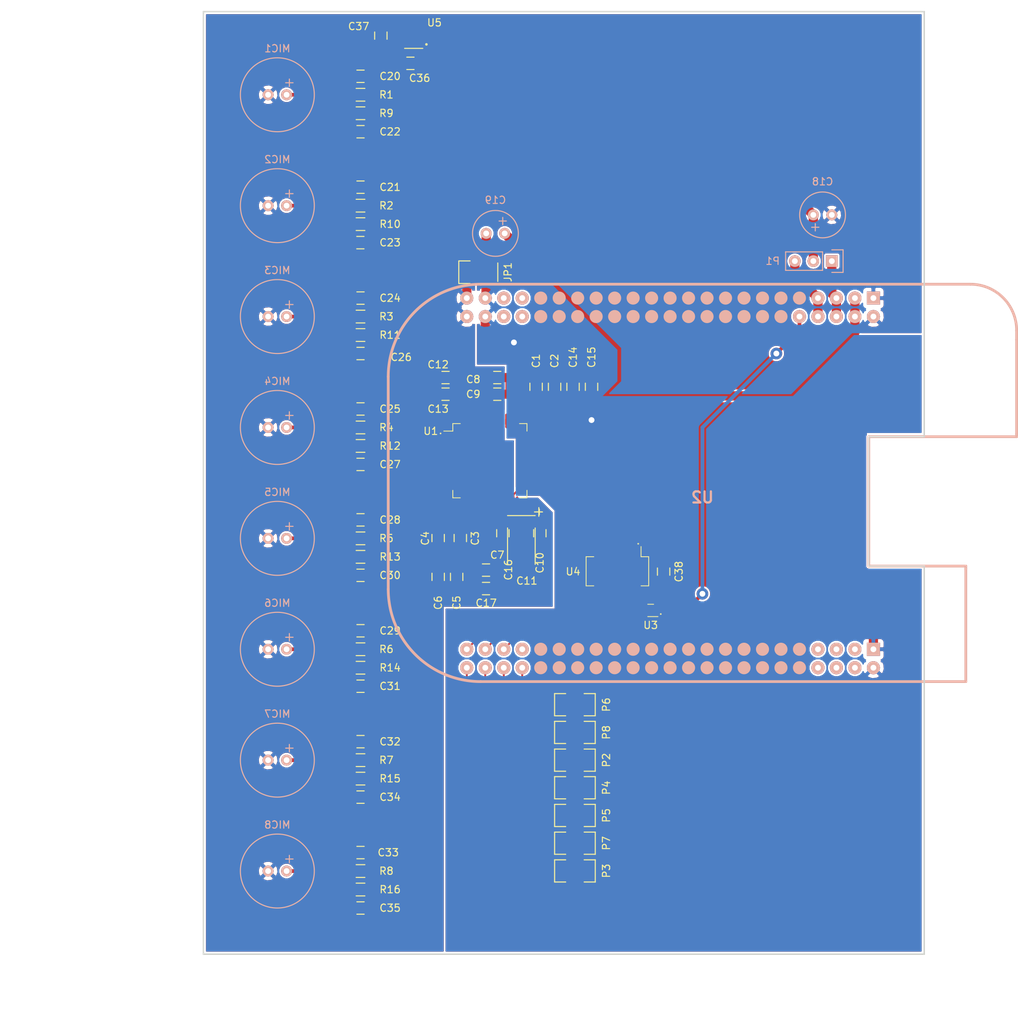
<source format=kicad_pcb>
(kicad_pcb (version 4) (host pcbnew "(2015-07-24 BZR 5989, Git 9b9c794)-product")
  (layers (0 F.Cu signal) (31 B.Cu signal) (34 B.Paste user) (35 F.Paste user) (36 B.SilkS user) (37 F.SilkS user) (38 B.Mask user) (39 F.Mask user) (44 Edge.Cuts user))
  (net 0 "")
  (net 1 "Net-(C7-Pad1)")
  (net 2 AGND)
  (net 3 "Net-(C8-Pad1)")
  (net 4 "Net-(C10-Pad1)")
  (net 5 "Net-(C11-Pad1)")
  (net 6 /VREFP)
  (net 7 AVDD)
  (net 8 /MIC_1)
  (net 9 /MIC_5)
  (net 10 /MIC_2)
  (net 11 /MIC_6)
  (net 12 /MIC_3)
  (net 13 /MIC_7)
  (net 14 /MIC_4)
  (net 15 /MIC_8)
  (net 16 /PRU1_2)
  (net 17 /PRU1_3)
  (net 18 /PRU1_4)
  (net 19 /PRU1_5)
  (net 20 /BBB_VDD_5V)
  (net 21 /BBB_SYS_5V)
  (net 22 "Net-(U1-Pad17)")
  (net 23 "Net-(U1-Pad18)")
  (net 24 "Net-(U1-Pad27)")
  (net 25 "Net-(U1-Pad29)")
  (net 26 /PRU1_0)
  (net 27 "Net-(U1-Pad41)")
  (net 28 "Net-(U1-Pad42)")
  (net 29 "Net-(U1-Pad44)")
  (net 30 "Net-(U1-Pad45)")
  (net 31 "Net-(U1-Pad46)")
  (net 32 /PRU1_1)
  (net 33 "Net-(U1-Pad60)")
  (net 34 "Net-(U1-Pad61)")
  (net 35 "Net-(U1-Pad62)")
  (net 36 "Net-(U1-Pad63)")
  (net 37 "Net-(U1-Pad64)")
  (net 38 "Net-(U2-PadC9)")
  (net 39 "Net-(U2-PadC11)")
  (net 40 "Net-(U2-PadC12)")
  (net 41 "Net-(U2-PadC13)")
  (net 42 "Net-(U2-PadC14)")
  (net 43 "Net-(U2-PadC15)")
  (net 44 "Net-(U2-PadC16)")
  (net 45 "Net-(U2-PadC19)")
  (net 46 "Net-(U2-PadC20)")
  (net 47 "Net-(U2-PadC23)")
  (net 48 "Net-(U2-PadC24)")
  (net 49 "Net-(U2-PadC25)")
  (net 50 "Net-(U2-PadC26)")
  (net 51 "Net-(U2-PadC27)")
  (net 52 "Net-(U2-PadC28)")
  (net 53 "Net-(U2-PadC29)")
  (net 54 "Net-(U2-PadC30)")
  (net 55 "Net-(U2-PadC31)")
  (net 56 "Net-(U2-PadC32)")
  (net 57 "Net-(U2-PadC33)")
  (net 58 "Net-(U2-PadC34)")
  (net 59 "Net-(U2-PadC35)")
  (net 60 "Net-(U2-PadC36)")
  (net 61 "Net-(U2-PadC37)")
  (net 62 "Net-(U2-PadC38)")
  (net 63 "Net-(U2-PadC39)")
  (net 64 "Net-(U2-PadC40)")
  (net 65 "Net-(U2-PadC41)")
  (net 66 "Net-(U2-PadC42)")
  (net 67 "Net-(U2-PadB3)")
  (net 68 "Net-(U2-PadB4)")
  (net 69 "Net-(U2-PadB5)")
  (net 70 "Net-(U2-PadB6)")
  (net 71 "Net-(U2-PadB7)")
  (net 72 "Net-(U2-PadB8)")
  (net 73 "Net-(U2-PadB9)")
  (net 74 "Net-(U2-PadB10)")
  (net 75 "Net-(U2-PadB11)")
  (net 76 "Net-(U2-PadB12)")
  (net 77 "Net-(U2-PadB13)")
  (net 78 "Net-(U2-PadB14)")
  (net 79 "Net-(U2-PadB15)")
  (net 80 "Net-(U2-PadB16)")
  (net 81 "Net-(U2-PadB17)")
  (net 82 "Net-(U2-PadB18)")
  (net 83 "Net-(U2-PadB19)")
  (net 84 "Net-(U2-PadB20)")
  (net 85 "Net-(U2-PadB21)")
  (net 86 "Net-(U2-PadB22)")
  (net 87 "Net-(U2-PadB23)")
  (net 88 "Net-(U2-PadB24)")
  (net 89 "Net-(U2-PadB25)")
  (net 90 "Net-(U2-PadB26)")
  (net 91 "Net-(U2-PadB27)")
  (net 92 "Net-(U2-PadB28)")
  (net 93 "Net-(U2-PadB29)")
  (net 94 "Net-(U2-PadB30)")
  (net 95 "Net-(U2-PadB31)")
  (net 96 "Net-(U2-PadB32)")
  (net 97 "Net-(U2-PadB33)")
  (net 98 "Net-(U2-PadB34)")
  (net 99 "Net-(U2-PadB35)")
  (net 100 "Net-(U2-PadB36)")
  (net 101 "Net-(U2-PadB37)")
  (net 102 "Net-(U2-PadB38)")
  (net 103 DVDD)
  (net 104 /PRU1_7)
  (net 105 "Net-(U2-PadC17)")
  (net 106 "Net-(U2-PadC18)")
  (net 107 "Net-(U2-PadC21)")
  (net 108 "Net-(U2-PadC22)")
  (net 109 "Net-(P2-Pad1)")
  (net 110 "Net-(P3-Pad1)")
  (net 111 "Net-(P4-Pad1)")
  (net 112 "Net-(P5-Pad1)")
  (net 113 "Net-(P6-Pad1)")
  (net 114 "Net-(P7-Pad1)")
  (net 115 "Net-(P8-Pad1)")
  (net 116 "Net-(U1-Pad37)")
  (net 117 +3V3)
  (net 118 "Net-(MIC1-Pad1)")
  (net 119 "Net-(MIC2-Pad1)")
  (net 120 "Net-(MIC3-Pad1)")
  (net 121 "Net-(MIC4-Pad1)")
  (net 122 "Net-(MIC5-Pad1)")
  (net 123 "Net-(MIC6-Pad1)")
  (net 124 "Net-(MIC7-Pad1)")
  (net 125 "Net-(MIC8-Pad1)")
  (net 126 /ADS_START)
  (net 127 /ADS_DRDY)
  (net 128 /ADS_CS)
  (net 129 /ADS_SCLK)
  (net 130 /ADS_DIN)
  (net 131 /ADS_DOUT)
  (net 132 /ADS_RESET)
  (net 133 /SYS_RESETn)
  (net 134 "Net-(U3-Pad1)")
  (net 135 "Net-(U4-Pad1)")
  (net 136 DGND)
  (net 137 "Net-(U2-PadB39)")
  (net 138 "Net-(U4-Pad9)")
  (net 139 "Net-(U4-Pad11)")
  (net 140 "Net-(U3-Pad4)")
  (module micarray:beagleboneblack_custom (layer B.Cu) (at 106.68 81.28)
    (fp_text reference U2 (at 0 2) (layer B.SilkS) (effects (font (thickness 0.3048)) (justify mirror)))
    (fp_text value BEAGLEBONEBLACK)
    (pad C1 thru_hole rect (at 23.495 -25.4) (size 1.8 1.8) (drill 0.8) (layers *.Cu *.Mask B.SilkS) (net 2 AGND))
    (pad C2 thru_hole circle (at 23.495 -22.86) (size 1.8 1.8) (drill 0.8) (layers *.Cu *.Mask B.SilkS) (net 2 AGND))
    (pad C3 thru_hole circle (at 20.955 -25.4) (size 1.8 1.8) (drill 0.8) (layers *.Cu *.Mask B.SilkS) (net 103 DVDD))
    (pad C4 thru_hole circle (at 20.955 -22.86) (size 1.8 1.8) (drill 0.8) (layers *.Cu *.Mask B.SilkS) (net 103 DVDD))
    (pad C5 thru_hole circle (at 18.415 -25.4) (size 1.8 1.8) (drill 0.8) (layers *.Cu *.Mask B.SilkS) (net 20 /BBB_VDD_5V))
    (pad C6 thru_hole circle (at 18.415 -22.86) (size 1.8 1.8) (drill 0.8) (layers *.Cu *.Mask B.SilkS) (net 20 /BBB_VDD_5V))
    (pad C7 thru_hole circle (at 15.875 -25.4) (size 1.8 1.8) (drill 0.8) (layers *.Cu *.Mask B.SilkS) (net 21 /BBB_SYS_5V))
    (pad C8 thru_hole circle (at 15.875 -22.86) (size 1.8 1.8) (drill 0.8) (layers *.Cu *.Mask B.SilkS) (net 21 /BBB_SYS_5V))
    (pad C9 smd circle (at 13.335 -25.4) (size 1.8 1.8) (layers B.SilkS) (net 38 "Net-(U2-PadC9)"))
    (pad C10 thru_hole circle (at 13.335 -22.86) (size 1.8 1.8) (drill 0.8) (layers *.Cu *.Mask B.SilkS) (net 133 /SYS_RESETn))
    (pad C11 smd circle (at 10.795 -25.4) (size 1.8 1.8) (layers B.SilkS) (net 39 "Net-(U2-PadC11)"))
    (pad C12 smd circle (at 10.795 -22.86) (size 1.8 1.8) (layers B.SilkS) (net 40 "Net-(U2-PadC12)"))
    (pad C13 smd circle (at 8.255 -25.4) (size 1.8 1.8) (layers B.SilkS) (net 41 "Net-(U2-PadC13)"))
    (pad C14 smd circle (at 8.255 -22.86) (size 1.8 1.8) (layers B.SilkS) (net 42 "Net-(U2-PadC14)"))
    (pad C15 smd circle (at 5.715 -25.4) (size 1.8 1.8) (layers B.SilkS) (net 43 "Net-(U2-PadC15)"))
    (pad C16 smd circle (at 5.715 -22.86) (size 1.8 1.8) (layers B.SilkS) (net 44 "Net-(U2-PadC16)"))
    (pad C17 smd circle (at 3.175 -25.4) (size 1.8 1.8) (layers B.SilkS) (net 105 "Net-(U2-PadC17)"))
    (pad C18 smd circle (at 3.175 -22.86) (size 1.8 1.8) (layers B.SilkS) (net 106 "Net-(U2-PadC18)"))
    (pad C19 smd circle (at 0.635 -25.4) (size 1.8 1.8) (layers B.SilkS) (net 45 "Net-(U2-PadC19)"))
    (pad C20 smd circle (at 0.635 -22.86) (size 1.8 1.8) (layers B.SilkS) (net 46 "Net-(U2-PadC20)"))
    (pad C21 smd circle (at -1.905 -25.4) (size 1.8 1.8) (layers B.SilkS) (net 107 "Net-(U2-PadC21)"))
    (pad C22 smd circle (at -1.905 -22.86) (size 1.8 1.8) (layers B.SilkS) (net 108 "Net-(U2-PadC22)"))
    (pad C23 smd circle (at -4.445 -25.4) (size 1.8 1.8) (layers B.SilkS) (net 47 "Net-(U2-PadC23)"))
    (pad C24 smd circle (at -4.445 -22.86) (size 1.8 1.8) (layers B.SilkS) (net 48 "Net-(U2-PadC24)"))
    (pad C25 smd circle (at -6.985 -25.4) (size 1.8 1.8) (layers B.SilkS) (net 49 "Net-(U2-PadC25)"))
    (pad C26 smd circle (at -6.985 -22.86) (size 1.8 1.8) (layers B.SilkS) (net 50 "Net-(U2-PadC26)"))
    (pad C27 smd circle (at -9.525 -25.4) (size 1.8 1.8) (layers B.SilkS) (net 51 "Net-(U2-PadC27)"))
    (pad C28 smd circle (at -9.525 -22.86) (size 1.8 1.8) (layers B.SilkS) (net 52 "Net-(U2-PadC28)"))
    (pad C29 smd circle (at -12.065 -25.4) (size 1.8 1.8) (layers B.SilkS) (net 53 "Net-(U2-PadC29)"))
    (pad C30 smd circle (at -12.065 -22.86) (size 1.8 1.8) (layers B.SilkS) (net 54 "Net-(U2-PadC30)"))
    (pad C31 smd circle (at -14.605 -25.4) (size 1.8 1.8) (layers B.SilkS) (net 55 "Net-(U2-PadC31)"))
    (pad C32 smd circle (at -14.605 -22.86) (size 1.8 1.8) (layers B.SilkS) (net 56 "Net-(U2-PadC32)"))
    (pad C33 smd circle (at -17.145 -25.4) (size 1.8 1.8) (layers B.SilkS) (net 57 "Net-(U2-PadC33)"))
    (pad C34 smd circle (at -17.145 -22.86) (size 1.8 1.8) (layers B.SilkS) (net 58 "Net-(U2-PadC34)"))
    (pad C35 smd circle (at -19.685 -25.4) (size 1.8 1.8) (layers B.SilkS) (net 59 "Net-(U2-PadC35)"))
    (pad C36 smd circle (at -19.685 -22.86) (size 1.8 1.8) (layers B.SilkS) (net 60 "Net-(U2-PadC36)"))
    (pad C37 smd circle (at -22.225 -25.4) (size 1.8 1.8) (layers B.SilkS) (net 61 "Net-(U2-PadC37)"))
    (pad C38 smd circle (at -22.225 -22.86) (size 1.8 1.8) (layers B.SilkS) (net 62 "Net-(U2-PadC38)"))
    (pad C39 thru_hole circle (at -24.765 -25.4) (size 1.8 1.8) (drill 0.8) (layers *.Cu *.Mask B.SilkS) (net 63 "Net-(U2-PadC39)"))
    (pad C40 thru_hole circle (at -24.765 -22.86) (size 1.8 1.8) (drill 0.8) (layers *.Cu *.Mask B.SilkS) (net 64 "Net-(U2-PadC40)"))
    (pad C41 thru_hole circle (at -27.305 -25.4) (size 1.8 1.8) (drill 0.8) (layers *.Cu *.Mask B.SilkS) (net 65 "Net-(U2-PadC41)"))
    (pad C42 thru_hole circle (at -27.305 -22.86) (size 1.8 1.8) (drill 0.8) (layers *.Cu *.Mask B.SilkS) (net 66 "Net-(U2-PadC42)"))
    (pad C43 thru_hole circle (at -29.845 -25.4) (size 1.8 1.8) (drill 0.8) (layers *.Cu *.Mask B.SilkS) (net 136 DGND))
    (pad C44 thru_hole circle (at -29.845 -22.86) (size 1.8 1.8) (drill 0.8) (layers *.Cu *.Mask B.SilkS) (net 136 DGND))
    (pad C45 thru_hole circle (at -32.385 -25.4) (size 1.8 1.8) (drill 0.8) (layers *.Cu *.Mask B.SilkS) (net 2 AGND))
    (pad C46 thru_hole circle (at -32.385 -22.86) (size 1.8 1.8) (drill 0.8) (layers *.Cu *.Mask B.SilkS) (net 2 AGND))
    (pad B1 thru_hole rect (at 23.495 22.86) (size 1.8 1.8) (drill 0.8) (layers *.Cu *.Mask B.SilkS) (net 136 DGND))
    (pad B2 thru_hole circle (at 23.495 25.4) (size 1.8 1.8) (drill 0.8) (layers *.Cu *.Mask B.SilkS) (net 136 DGND))
    (pad B3 thru_hole circle (at 20.955 22.86) (size 1.8 1.8) (drill 0.8) (layers *.Cu *.Mask B.SilkS) (net 67 "Net-(U2-PadB3)"))
    (pad B4 thru_hole circle (at 20.955 25.4) (size 1.8 1.8) (drill 0.8) (layers *.Cu *.Mask B.SilkS) (net 68 "Net-(U2-PadB4)"))
    (pad B5 thru_hole circle (at 18.415 22.86) (size 1.8 1.8) (drill 0.8) (layers *.Cu *.Mask B.SilkS) (net 69 "Net-(U2-PadB5)"))
    (pad B6 thru_hole circle (at 18.415 25.4) (size 1.8 1.8) (drill 0.8) (layers *.Cu *.Mask B.SilkS) (net 70 "Net-(U2-PadB6)"))
    (pad B7 thru_hole circle (at 15.875 22.86) (size 1.8 1.8) (drill 0.8) (layers *.Cu *.Mask B.SilkS) (net 71 "Net-(U2-PadB7)"))
    (pad B8 thru_hole circle (at 15.875 25.4) (size 1.8 1.8) (drill 0.8) (layers *.Cu *.Mask B.SilkS) (net 72 "Net-(U2-PadB8)"))
    (pad B9 smd circle (at 13.335 22.86) (size 1.8 1.8) (layers B.SilkS) (net 73 "Net-(U2-PadB9)"))
    (pad B10 smd circle (at 13.335 25.4) (size 1.8 1.8) (layers B.SilkS) (net 74 "Net-(U2-PadB10)"))
    (pad B11 smd circle (at 10.795 22.86) (size 1.8 1.8) (layers B.SilkS) (net 75 "Net-(U2-PadB11)"))
    (pad B12 smd circle (at 10.795 25.4) (size 1.8 1.8) (layers B.SilkS) (net 76 "Net-(U2-PadB12)"))
    (pad B13 smd circle (at 8.255 22.86) (size 1.8 1.8) (layers B.SilkS) (net 77 "Net-(U2-PadB13)"))
    (pad B14 smd circle (at 8.255 25.4) (size 1.8 1.8) (layers B.SilkS) (net 78 "Net-(U2-PadB14)"))
    (pad B15 smd circle (at 5.715 22.86) (size 1.8 1.8) (layers B.SilkS) (net 79 "Net-(U2-PadB15)"))
    (pad B16 smd circle (at 5.715 25.4) (size 1.8 1.8) (layers B.SilkS) (net 80 "Net-(U2-PadB16)"))
    (pad B17 smd circle (at 3.175 22.86) (size 1.8 1.8) (layers B.SilkS) (net 81 "Net-(U2-PadB17)"))
    (pad B18 smd circle (at 3.175 25.4) (size 1.8 1.8) (layers B.SilkS) (net 82 "Net-(U2-PadB18)"))
    (pad B19 smd circle (at 0.635 22.86) (size 1.8 1.8) (layers B.SilkS) (net 83 "Net-(U2-PadB19)"))
    (pad B20 smd circle (at 0.635 25.4) (size 1.8 1.8) (layers B.SilkS) (net 84 "Net-(U2-PadB20)"))
    (pad B21 smd circle (at -1.905 22.86) (size 1.8 1.8) (layers B.SilkS) (net 85 "Net-(U2-PadB21)"))
    (pad B22 smd circle (at -1.905 25.4) (size 1.8 1.8) (layers B.SilkS) (net 86 "Net-(U2-PadB22)"))
    (pad B23 smd circle (at -4.445 22.86) (size 1.8 1.8) (layers B.SilkS) (net 87 "Net-(U2-PadB23)"))
    (pad B24 smd circle (at -4.445 25.4) (size 1.8 1.8) (layers B.SilkS) (net 88 "Net-(U2-PadB24)"))
    (pad B25 smd circle (at -6.985 22.86) (size 1.8 1.8) (layers B.SilkS) (net 89 "Net-(U2-PadB25)"))
    (pad B26 smd circle (at -6.985 25.4) (size 1.8 1.8) (layers B.SilkS) (net 90 "Net-(U2-PadB26)"))
    (pad B27 smd circle (at -9.525 22.86) (size 1.8 1.8) (layers B.SilkS) (net 91 "Net-(U2-PadB27)"))
    (pad B28 smd circle (at -9.525 25.4) (size 1.8 1.8) (layers B.SilkS) (net 92 "Net-(U2-PadB28)"))
    (pad B29 smd circle (at -12.065 22.86) (size 1.8 1.8) (layers B.SilkS) (net 93 "Net-(U2-PadB29)"))
    (pad B30 smd circle (at -12.065 25.4) (size 1.8 1.8) (layers B.SilkS) (net 94 "Net-(U2-PadB30)"))
    (pad B31 smd circle (at -14.605 22.86) (size 1.8 1.8) (layers B.SilkS) (net 95 "Net-(U2-PadB31)"))
    (pad B32 smd circle (at -14.605 25.4) (size 1.8 1.8) (layers B.SilkS) (net 96 "Net-(U2-PadB32)"))
    (pad B33 smd circle (at -17.145 22.86) (size 1.8 1.8) (layers B.SilkS) (net 97 "Net-(U2-PadB33)"))
    (pad B34 smd circle (at -17.145 25.4) (size 1.8 1.8) (layers B.SilkS) (net 98 "Net-(U2-PadB34)"))
    (pad B35 smd circle (at -19.685 22.86) (size 1.8 1.8) (layers B.SilkS) (net 99 "Net-(U2-PadB35)"))
    (pad B36 smd circle (at -19.685 25.4) (size 1.8 1.8) (layers B.SilkS) (net 100 "Net-(U2-PadB36)"))
    (pad B37 smd circle (at -22.225 22.86) (size 1.8 1.8) (layers B.SilkS) (net 101 "Net-(U2-PadB37)"))
    (pad B38 smd circle (at -22.225 25.4) (size 1.8 1.8) (layers B.SilkS) (net 102 "Net-(U2-PadB38)"))
    (pad B39 thru_hole circle (at -24.765 22.86) (size 1.8 1.8) (drill 0.8) (layers *.Cu *.Mask B.SilkS) (net 137 "Net-(U2-PadB39)"))
    (pad B40 thru_hole circle (at -24.765 25.4) (size 1.8 1.8) (drill 0.8) (layers *.Cu *.Mask B.SilkS) (net 104 /PRU1_7))
    (pad B41 thru_hole circle (at -27.305 22.86) (size 1.8 1.8) (drill 0.8) (layers *.Cu *.Mask B.SilkS) (net 18 /PRU1_4))
    (pad B42 thru_hole circle (at -27.305 25.4) (size 1.8 1.8) (drill 0.8) (layers *.Cu *.Mask B.SilkS) (net 19 /PRU1_5))
    (pad B43 thru_hole circle (at -29.845 22.86) (size 1.8 1.8) (drill 0.8) (layers *.Cu *.Mask B.SilkS) (net 16 /PRU1_2))
    (pad B44 thru_hole circle (at -29.845 25.4) (size 1.8 1.8) (drill 0.8) (layers *.Cu *.Mask B.SilkS) (net 17 /PRU1_3))
    (pad B45 thru_hole circle (at -32.385 22.86) (size 1.8 1.8) (drill 0.8) (layers *.Cu *.Mask B.SilkS) (net 26 /PRU1_0))
    (pad B46 thru_hole circle (at -32.385 25.4) (size 1.8 1.8) (drill 0.8) (layers *.Cu *.Mask B.SilkS) (net 32 /PRU1_1))
  )
  (module Capacitors_SMD:C_0805_HandSoldering (layer F.Cu) (at 76.93821 95.801047)
    (fp_text reference C17 (at 0.02379 1.988953) (layer F.SilkS))
    (fp_text value 0.1uF)
    (pad 1 smd rect (at -1.25 0) (size 1.5 1.25) (layers F.Cu F.Paste F.Mask) (net 6 /VREFP))
    (pad 2 smd rect (at 1.25 0) (size 1.5 1.25) (layers F.Cu F.Paste F.Mask) (net 2 AGND))
  )
  (module Capacitors_SMD:C_0805_HandSoldering (layer F.Cu) (at 76.93821 93.261047)
    (fp_text reference C16 (at 3.07179 -0.043047 90) (layer F.SilkS))
    (fp_text value 1uF)
    (pad 1 smd rect (at -1.25 0) (size 1.5 1.25) (layers F.Cu F.Paste F.Mask) (net 6 /VREFP))
    (pad 2 smd rect (at 1.25 0) (size 1.5 1.25) (layers F.Cu F.Paste F.Mask) (net 2 AGND))
  )
  (module Capacitors_SMD:C_0805_HandSoldering (layer F.Cu) (at 86.36 68.072 90)
    (fp_text reference C2 (at 3.556 0 90) (layer F.SilkS))
    (fp_text value 0.1uF)
    (pad 1 smd rect (at -1.25 0 90) (size 1.5 1.25) (layers F.Cu F.Paste F.Mask) (net 103 DVDD))
    (pad 2 smd rect (at 1.25 0 90) (size 1.5 1.25) (layers F.Cu F.Paste F.Mask) (net 136 DGND))
  )
  (module Capacitors_SMD:C_0805_HandSoldering (layer F.Cu) (at 83.82 68.072 90)
    (fp_text reference C1 (at 3.556 0 90) (layer F.SilkS))
    (fp_text value 1uF)
    (pad 1 smd rect (at -1.25 0 90) (size 1.5 1.25) (layers F.Cu F.Paste F.Mask) (net 103 DVDD))
    (pad 2 smd rect (at 1.25 0 90) (size 1.5 1.25) (layers F.Cu F.Paste F.Mask) (net 136 DGND))
  )
  (module micarray:LQFP-64_12x12_Pitch0.5mm_NoFid (layer F.Cu) (at 77.47 78.232 90)
    (fp_text reference U1 (at 4.064 -8.128 180) (layer F.SilkS))
    (fp_text value ADS131E08)
    (pad 1 smd oval (at 3.74904 -5.67944 180) (size 1.55956 0.2794) (layers F.Cu F.Paste F.Mask) (net 2 AGND) (clearance 0.1016))
    (pad 2 smd oval (at 3.24866 -5.67944 180) (size 1.55956 0.2794) (layers F.Cu F.Paste F.Mask) (net 8 /MIC_1) (clearance 0.1016))
    (pad 3 smd oval (at 2.74828 -5.67944 180) (size 1.55956 0.2794) (layers F.Cu F.Paste F.Mask) (net 2 AGND) (clearance 0.1016))
    (pad 4 smd oval (at 2.2479 -5.67944 180) (size 1.55956 0.2794) (layers F.Cu F.Paste F.Mask) (net 10 /MIC_2) (clearance 0.1016))
    (pad 5 smd oval (at 1.74752 -5.67944 180) (size 1.55956 0.2794) (layers F.Cu F.Paste F.Mask) (net 2 AGND) (clearance 0.1016))
    (pad 6 smd oval (at 1.24968 -5.67944 180) (size 1.55956 0.2794) (layers F.Cu F.Paste F.Mask) (net 12 /MIC_3) (clearance 0.1016))
    (pad 7 smd oval (at 0.7493 -5.67944 180) (size 1.55956 0.2794) (layers F.Cu F.Paste F.Mask) (net 2 AGND) (clearance 0.1016))
    (pad 8 smd oval (at 0.24892 -5.67944 180) (size 1.55956 0.2794) (layers F.Cu F.Paste F.Mask) (net 14 /MIC_4) (clearance 0.1016))
    (pad 9 smd oval (at -0.24892 -5.67944 180) (size 1.55956 0.2794) (layers F.Cu F.Paste F.Mask) (net 2 AGND) (clearance 0.1016))
    (pad 10 smd oval (at -0.7493 -5.67944 180) (size 1.55956 0.2794) (layers F.Cu F.Paste F.Mask) (net 9 /MIC_5) (clearance 0.1016))
    (pad 11 smd oval (at -1.24968 -5.67944 180) (size 1.55956 0.2794) (layers F.Cu F.Paste F.Mask) (net 2 AGND) (clearance 0.1016))
    (pad 12 smd oval (at -1.74752 -5.67944 180) (size 1.55956 0.2794) (layers F.Cu F.Paste F.Mask) (net 11 /MIC_6) (clearance 0.1016))
    (pad 13 smd oval (at -2.2479 -5.67944 180) (size 1.55956 0.2794) (layers F.Cu F.Paste F.Mask) (net 2 AGND) (clearance 0.1016))
    (pad 14 smd oval (at -2.74828 -5.67944 180) (size 1.55956 0.2794) (layers F.Cu F.Paste F.Mask) (net 13 /MIC_7) (clearance 0.1016))
    (pad 15 smd oval (at -3.24866 -5.67944 180) (size 1.55956 0.2794) (layers F.Cu F.Paste F.Mask) (net 2 AGND) (clearance 0.1016))
    (pad 16 smd oval (at -3.74904 -5.67944 180) (size 1.55956 0.2794) (layers F.Cu F.Paste F.Mask) (net 15 /MIC_8) (clearance 0.1016))
    (pad 17 smd oval (at -5.67944 -3.74904 270) (size 1.55956 0.2794) (layers F.Cu F.Paste F.Mask) (net 22 "Net-(U1-Pad17)") (clearance 0.1016))
    (pad 18 smd oval (at -5.67944 -3.24866 270) (size 1.55956 0.2794) (layers F.Cu F.Paste F.Mask) (net 23 "Net-(U1-Pad18)") (clearance 0.1016))
    (pad 19 smd oval (at -5.67944 -2.74828 270) (size 1.55956 0.2794) (layers F.Cu F.Paste F.Mask) (net 7 AVDD) (clearance 0.1016))
    (pad 20 smd oval (at -5.67944 -2.2479 270) (size 1.55956 0.2794) (layers F.Cu F.Paste F.Mask) (net 2 AGND) (clearance 0.1016))
    (pad 21 smd oval (at -5.67944 -1.74752 270) (size 1.55956 0.2794) (layers F.Cu F.Paste F.Mask) (net 7 AVDD) (clearance 0.1016))
    (pad 22 smd oval (at -5.67944 -1.24968 270) (size 1.55956 0.2794) (layers F.Cu F.Paste F.Mask) (net 7 AVDD) (clearance 0.1016))
    (pad 23 smd oval (at -5.67944 -0.7493 270) (size 1.55956 0.2794) (layers F.Cu F.Paste F.Mask) (net 2 AGND) (clearance 0.1016))
    (pad 24 smd oval (at -5.67944 -0.24892 270) (size 1.55956 0.2794) (layers F.Cu F.Paste F.Mask) (net 6 /VREFP) (clearance 0.1016))
    (pad 25 smd oval (at -5.67944 0.24892 270) (size 1.55956 0.2794) (layers F.Cu F.Paste F.Mask) (net 2 AGND) (clearance 0.1016))
    (pad 26 smd oval (at -5.67944 0.7493 270) (size 1.55956 0.2794) (layers F.Cu F.Paste F.Mask) (net 1 "Net-(C7-Pad1)") (clearance 0.1016))
    (pad 27 smd oval (at -5.67944 1.24968 270) (size 1.55956 0.2794) (layers F.Cu F.Paste F.Mask) (net 24 "Net-(U1-Pad27)") (clearance 0.1016))
    (pad 28 smd oval (at -5.67944 1.74752 270) (size 1.55956 0.2794) (layers F.Cu F.Paste F.Mask) (net 5 "Net-(C11-Pad1)") (clearance 0.1016))
    (pad 29 smd oval (at -5.67944 2.2479 270) (size 1.55956 0.2794) (layers F.Cu F.Paste F.Mask) (net 25 "Net-(U1-Pad29)") (clearance 0.1016))
    (pad 30 smd oval (at -5.67944 2.74828 270) (size 1.55956 0.2794) (layers F.Cu F.Paste F.Mask) (net 4 "Net-(C10-Pad1)") (clearance 0.1016))
    (pad 31 smd oval (at -5.67944 3.24866 270) (size 1.55956 0.2794) (layers F.Cu F.Paste F.Mask) (net 136 DGND) (clearance 0.1016))
    (pad 32 smd oval (at -5.67944 3.74904 270) (size 1.55956 0.2794) (layers F.Cu F.Paste F.Mask) (net 2 AGND) (clearance 0.1016))
    (pad 33 smd oval (at -3.74904 5.67944) (size 1.55956 0.2794) (layers F.Cu F.Paste F.Mask) (net 136 DGND) (clearance 0.1016))
    (pad 34 smd oval (at -3.24866 5.67944) (size 1.55956 0.2794) (layers F.Cu F.Paste F.Mask) (net 130 /ADS_DIN) (clearance 0.1016))
    (pad 35 smd oval (at -2.74828 5.67944) (size 1.55956 0.2794) (layers F.Cu F.Paste F.Mask) (net 103 DVDD) (clearance 0.1016))
    (pad 36 smd oval (at -2.2479 5.67944) (size 1.55956 0.2794) (layers F.Cu F.Paste F.Mask) (net 132 /ADS_RESET) (clearance 0.1016))
    (pad 37 smd oval (at -1.74752 5.67944) (size 1.55956 0.2794) (layers F.Cu F.Paste F.Mask) (net 116 "Net-(U1-Pad37)") (clearance 0.1016))
    (pad 38 smd oval (at -1.24968 5.67944) (size 1.55956 0.2794) (layers F.Cu F.Paste F.Mask) (net 126 /ADS_START) (clearance 0.1016))
    (pad 39 smd oval (at -0.7493 5.67944) (size 1.55956 0.2794) (layers F.Cu F.Paste F.Mask) (net 128 /ADS_CS) (clearance 0.1016))
    (pad 40 smd oval (at -0.24892 5.67944) (size 1.55956 0.2794) (layers F.Cu F.Paste F.Mask) (net 129 /ADS_SCLK) (clearance 0.1016))
    (pad 41 smd oval (at 0.24892 5.67944) (size 1.55956 0.2794) (layers F.Cu F.Paste F.Mask) (net 27 "Net-(U1-Pad41)") (clearance 0.1016))
    (pad 42 smd oval (at 0.7493 5.67944) (size 1.55956 0.2794) (layers F.Cu F.Paste F.Mask) (net 28 "Net-(U1-Pad42)") (clearance 0.1016))
    (pad 43 smd oval (at 1.24968 5.67944) (size 1.55956 0.2794) (layers F.Cu F.Paste F.Mask) (net 131 /ADS_DOUT) (clearance 0.1016))
    (pad 44 smd oval (at 1.74752 5.67944) (size 1.55956 0.2794) (layers F.Cu F.Paste F.Mask) (net 29 "Net-(U1-Pad44)") (clearance 0.1016))
    (pad 45 smd oval (at 2.2479 5.67944) (size 1.55956 0.2794) (layers F.Cu F.Paste F.Mask) (net 30 "Net-(U1-Pad45)") (clearance 0.1016))
    (pad 46 smd oval (at 2.74828 5.67944) (size 1.55956 0.2794) (layers F.Cu F.Paste F.Mask) (net 31 "Net-(U1-Pad46)") (clearance 0.1016))
    (pad 47 smd oval (at 3.24866 5.67944) (size 1.55956 0.2794) (layers F.Cu F.Paste F.Mask) (net 127 /ADS_DRDY) (clearance 0.1016))
    (pad 48 smd oval (at 3.74904 5.67944) (size 1.55956 0.2794) (layers F.Cu F.Paste F.Mask) (net 103 DVDD) (clearance 0.1016))
    (pad 49 smd oval (at 5.67944 3.74904 90) (size 1.55956 0.2794) (layers F.Cu F.Paste F.Mask) (net 136 DGND) (clearance 0.1016))
    (pad 50 smd oval (at 5.67944 3.24866 90) (size 1.55956 0.2794) (layers F.Cu F.Paste F.Mask) (net 103 DVDD) (clearance 0.1016))
    (pad 51 smd oval (at 5.67944 2.74828 90) (size 1.55956 0.2794) (layers F.Cu F.Paste F.Mask) (net 136 DGND) (clearance 0.1016))
    (pad 52 smd oval (at 5.67944 2.2479 90) (size 1.55956 0.2794) (layers F.Cu F.Paste F.Mask) (net 103 DVDD) (clearance 0.1016))
    (pad 53 smd oval (at 5.67944 1.74752 90) (size 1.55956 0.2794) (layers F.Cu F.Paste F.Mask) (net 2 AGND) (clearance 0.1016))
    (pad 54 smd oval (at 5.67944 1.24968 90) (size 1.55956 0.2794) (layers F.Cu F.Paste F.Mask) (net 7 AVDD) (clearance 0.1016))
    (pad 55 smd oval (at 5.67944 0.7493 90) (size 1.55956 0.2794) (layers F.Cu F.Paste F.Mask) (net 3 "Net-(C8-Pad1)") (clearance 0.1016))
    (pad 56 smd oval (at 5.67944 0.24892 90) (size 1.55956 0.2794) (layers F.Cu F.Paste F.Mask) (net 7 AVDD) (clearance 0.1016))
    (pad 57 smd oval (at 5.67944 -0.24892 90) (size 1.55956 0.2794) (layers F.Cu F.Paste F.Mask) (net 2 AGND) (clearance 0.1016))
    (pad 58 smd oval (at 5.67944 -0.7493 90) (size 1.55956 0.2794) (layers F.Cu F.Paste F.Mask) (net 2 AGND) (clearance 0.1016))
    (pad 59 smd oval (at 5.67944 -1.24968 90) (size 1.55956 0.2794) (layers F.Cu F.Paste F.Mask) (net 7 AVDD) (clearance 0.1016))
    (pad 60 smd oval (at 5.67944 -1.74752 90) (size 1.55956 0.2794) (layers F.Cu F.Paste F.Mask) (net 33 "Net-(U1-Pad60)") (clearance 0.1016))
    (pad 61 smd oval (at 5.67944 -2.2479 90) (size 1.55956 0.2794) (layers F.Cu F.Paste F.Mask) (net 34 "Net-(U1-Pad61)") (clearance 0.1016))
    (pad 62 smd oval (at 5.67944 -2.74828 90) (size 1.55956 0.2794) (layers F.Cu F.Paste F.Mask) (net 35 "Net-(U1-Pad62)") (clearance 0.1016))
    (pad 63 smd oval (at 5.67944 -3.24866 90) (size 1.55956 0.2794) (layers F.Cu F.Paste F.Mask) (net 36 "Net-(U1-Pad63)") (clearance 0.1016))
    (pad 64 smd oval (at 5.67944 -3.74904 90) (size 1.55956 0.2794) (layers F.Cu F.Paste F.Mask) (net 37 "Net-(U1-Pad64)") (clearance 0.1016))
  )
  (module Capacitors_SMD:C_0805_HandSoldering (layer F.Cu) (at 71.374 66.802)
    (fp_text reference C12 (at -1.016 -1.778) (layer F.SilkS))
    (fp_text value 1uF)
    (pad 1 smd rect (at -1.25 0) (size 1.5 1.25) (layers F.Cu F.Paste F.Mask) (net 7 AVDD))
    (pad 2 smd rect (at 1.25 0) (size 1.5 1.25) (layers F.Cu F.Paste F.Mask) (net 2 AGND))
  )
  (module Capacitors_SMD:C_0805_HandSoldering (layer F.Cu) (at 73.406 88.85671 270)
    (fp_text reference C3 (at 0.04329 -2.032 450) (layer F.SilkS))
    (fp_text value 1uF)
    (pad 1 smd rect (at -1.25 0 270) (size 1.5 1.25) (layers F.Cu F.Paste F.Mask) (net 7 AVDD))
    (pad 2 smd rect (at 1.25 0 270) (size 1.5 1.25) (layers F.Cu F.Paste F.Mask) (net 2 AGND))
  )
  (module Capacitors_SMD:C_0805_HandSoldering (layer F.Cu) (at 70.358 88.85671 270)
    (fp_text reference C4 (at 0.04329 1.778 450) (layer F.SilkS))
    (fp_text value 0.1uF)
    (pad 1 smd rect (at -1.25 0 270) (size 1.5 1.25) (layers F.Cu F.Paste F.Mask) (net 7 AVDD))
    (pad 2 smd rect (at 1.25 0 270) (size 1.5 1.25) (layers F.Cu F.Paste F.Mask) (net 2 AGND))
  )
  (module Capacitors_SMD:C_0805_HandSoldering (layer F.Cu) (at 72.902497 94.189958 270)
    (fp_text reference C5 (at 3.556 0 270) (layer F.SilkS))
    (fp_text value 1uF)
    (pad 1 smd rect (at -1.25 0 270) (size 1.5 1.25) (layers F.Cu F.Paste F.Mask) (net 7 AVDD))
    (pad 2 smd rect (at 1.25 0 270) (size 1.5 1.25) (layers F.Cu F.Paste F.Mask) (net 2 AGND))
  )
  (module Capacitors_SMD:C_0805_HandSoldering (layer F.Cu) (at 70.362497 94.189958 270)
    (fp_text reference C6 (at 3.556 0 270) (layer F.SilkS))
    (fp_text value 0.1uF)
    (pad 1 smd rect (at -1.25 0 270) (size 1.5 1.25) (layers F.Cu F.Paste F.Mask) (net 7 AVDD))
    (pad 2 smd rect (at 1.25 0 270) (size 1.5 1.25) (layers F.Cu F.Paste F.Mask) (net 2 AGND))
  )
  (module Capacitors_SMD:C_0805_HandSoldering (layer F.Cu) (at 79.254274 88.196314 270)
    (fp_text reference C7 (at 2.989686 0.768274 360) (layer F.SilkS))
    (fp_text value 1uF)
    (pad 1 smd rect (at -1.25 0 270) (size 1.5 1.25) (layers F.Cu F.Paste F.Mask) (net 1 "Net-(C7-Pad1)"))
    (pad 2 smd rect (at 1.25 0 270) (size 1.5 1.25) (layers F.Cu F.Paste F.Mask) (net 2 AGND))
  )
  (module Capacitors_SMD:C_0805_HandSoldering (layer F.Cu) (at 78.486 66.802 180)
    (fp_text reference C8 (at 3.302 -0.254 180) (layer F.SilkS))
    (fp_text value 1uF)
    (pad 1 smd rect (at -1.25 0 180) (size 1.5 1.25) (layers F.Cu F.Paste F.Mask) (net 3 "Net-(C8-Pad1)"))
    (pad 2 smd rect (at 1.25 0 180) (size 1.5 1.25) (layers F.Cu F.Paste F.Mask) (net 2 AGND))
  )
  (module Capacitors_SMD:C_0805_HandSoldering (layer F.Cu) (at 78.486 69.088 180)
    (fp_text reference C9 (at 3.302 0 180) (layer F.SilkS))
    (fp_text value 0.1uF)
    (pad 1 smd rect (at -1.25 0 180) (size 1.5 1.25) (layers F.Cu F.Paste F.Mask) (net 3 "Net-(C8-Pad1)"))
    (pad 2 smd rect (at 1.25 0 180) (size 1.5 1.25) (layers F.Cu F.Paste F.Mask) (net 2 AGND))
  )
  (module Capacitors_SMD:C_0805_HandSoldering (layer F.Cu) (at 84.334274 88.196314 270)
    (fp_text reference C10 (at 4.064 0 270) (layer F.SilkS))
    (fp_text value 1uF)
    (pad 1 smd rect (at -1.25 0 270) (size 1.5 1.25) (layers F.Cu F.Paste F.Mask) (net 4 "Net-(C10-Pad1)"))
    (pad 2 smd rect (at 1.25 0 270) (size 1.5 1.25) (layers F.Cu F.Paste F.Mask) (net 2 AGND))
  )
  (module Capacitors_SMD:C_0805_HandSoldering (layer F.Cu) (at 71.374 69.088)
    (fp_text reference C13 (at -1.016 2.032) (layer F.SilkS))
    (fp_text value 0.1uF)
    (pad 1 smd rect (at -1.25 0) (size 1.5 1.25) (layers F.Cu F.Paste F.Mask) (net 7 AVDD))
    (pad 2 smd rect (at 1.25 0) (size 1.5 1.25) (layers F.Cu F.Paste F.Mask) (net 2 AGND))
  )
  (module Capacitors_SMD:C_0805_HandSoldering (layer F.Cu) (at 88.9 68.072 90)
    (fp_text reference C14 (at 4.064 0 90) (layer F.SilkS))
    (fp_text value 1uF)
    (pad 1 smd rect (at -1.25 0 90) (size 1.5 1.25) (layers F.Cu F.Paste F.Mask) (net 103 DVDD))
    (pad 2 smd rect (at 1.25 0 90) (size 1.5 1.25) (layers F.Cu F.Paste F.Mask) (net 136 DGND))
  )
  (module Capacitors_SMD:C_0805_HandSoldering (layer F.Cu) (at 91.44 68.072 90)
    (fp_text reference C15 (at 4.064 0 90) (layer F.SilkS))
    (fp_text value 0.1uF)
    (pad 1 smd rect (at -1.25 0 90) (size 1.5 1.25) (layers F.Cu F.Paste F.Mask) (net 103 DVDD))
    (pad 2 smd rect (at 1.25 0 90) (size 1.5 1.25) (layers F.Cu F.Paste F.Mask) (net 136 DGND))
  )
  (module Capacitors_Elko_ThroughHole:Elko_vert_11.2x6.3mm_RM2.5_CopperClear (layer B.Cu) (at 121.92 44.45)
    (fp_text reference C18 (at 1.27 -4.572) (layer B.SilkS) (effects (justify mirror)))
    (fp_text value 100uF)
    (pad 2 thru_hole circle (at 2.54 0) (size 1.50114 1.50114) (drill 0.8001) (layers *.Cu *.Mask B.SilkS) (net 2 AGND))
    (pad 1 thru_hole circle (at 0 0) (size 1.50114 1.50114) (drill 0.8001) (layers *.Cu *.Mask B.SilkS) (net 7 AVDD))
  )
  (module Capacitors_Elko_ThroughHole:Elko_vert_11.2x6.3mm_RM2.5_CopperClear (layer B.Cu) (at 79.502 46.99 180)
    (fp_text reference C19 (at 1.27 4.572 180) (layer B.SilkS) (effects (justify mirror)))
    (fp_text value 100uF)
    (pad 2 thru_hole circle (at 2.54 0 180) (size 1.50114 1.50114) (drill 0.8001) (layers *.Cu *.Mask B.SilkS) (net 136 DGND))
    (pad 1 thru_hole circle (at 0 0 180) (size 1.50114 1.50114) (drill 0.8001) (layers *.Cu *.Mask B.SilkS) (net 103 DVDD))
  )
  (module Capacitors_SMD:C_0805_HandSoldering (layer F.Cu) (at 59.69 25.4 180)
    (fp_text reference C20 (at -4.064 0 180) (layer F.SilkS))
    (fp_text value 1uF)
    (pad 1 smd rect (at -1.25 0 180) (size 1.5 1.25) (layers F.Cu F.Paste F.Mask) (net 117 +3V3))
    (pad 2 smd rect (at 1.25 0 180) (size 1.5 1.25) (layers F.Cu F.Paste F.Mask) (net 2 AGND))
  )
  (module Capacitors_SMD:C_0805_HandSoldering (layer F.Cu) (at 59.69 40.64 180)
    (fp_text reference C21 (at -4.064 0 180) (layer F.SilkS))
    (fp_text value 1uF)
    (pad 1 smd rect (at -1.25 0 180) (size 1.5 1.25) (layers F.Cu F.Paste F.Mask) (net 117 +3V3))
    (pad 2 smd rect (at 1.25 0 180) (size 1.5 1.25) (layers F.Cu F.Paste F.Mask) (net 2 AGND))
  )
  (module Capacitors_SMD:C_0805_HandSoldering (layer F.Cu) (at 59.69 33.02)
    (fp_text reference C22 (at 4.064 0) (layer F.SilkS))
    (fp_text value 1uF)
    (pad 1 smd rect (at -1.25 0) (size 1.5 1.25) (layers F.Cu F.Paste F.Mask) (net 2 AGND))
    (pad 2 smd rect (at 1.25 0) (size 1.5 1.25) (layers F.Cu F.Paste F.Mask) (net 8 /MIC_1))
  )
  (module Capacitors_SMD:C_0805_HandSoldering (layer F.Cu) (at 59.67 48.26)
    (fp_text reference C23 (at 4.084 0) (layer F.SilkS))
    (fp_text value 1uF)
    (pad 1 smd rect (at -1.25 0) (size 1.5 1.25) (layers F.Cu F.Paste F.Mask) (net 2 AGND))
    (pad 2 smd rect (at 1.25 0) (size 1.5 1.25) (layers F.Cu F.Paste F.Mask) (net 10 /MIC_2))
  )
  (module Capacitors_SMD:C_0805_HandSoldering (layer F.Cu) (at 59.69 55.88 180)
    (fp_text reference C24 (at -4.064 0 180) (layer F.SilkS))
    (fp_text value 1uF)
    (pad 1 smd rect (at -1.25 0 180) (size 1.5 1.25) (layers F.Cu F.Paste F.Mask) (net 117 +3V3))
    (pad 2 smd rect (at 1.25 0 180) (size 1.5 1.25) (layers F.Cu F.Paste F.Mask) (net 2 AGND))
  )
  (module Capacitors_SMD:C_0805_HandSoldering (layer F.Cu) (at 59.69 71.12 180)
    (fp_text reference C25 (at -4.064 0 180) (layer F.SilkS))
    (fp_text value 1uF)
    (pad 1 smd rect (at -1.25 0 180) (size 1.5 1.25) (layers F.Cu F.Paste F.Mask) (net 117 +3V3))
    (pad 2 smd rect (at 1.25 0 180) (size 1.5 1.25) (layers F.Cu F.Paste F.Mask) (net 2 AGND))
  )
  (module Capacitors_SMD:C_0805_HandSoldering (layer F.Cu) (at 59.69 63.5)
    (fp_text reference C26 (at 5.588 0.508) (layer F.SilkS))
    (fp_text value 1uF)
    (pad 1 smd rect (at -1.25 0) (size 1.5 1.25) (layers F.Cu F.Paste F.Mask) (net 2 AGND))
    (pad 2 smd rect (at 1.25 0) (size 1.5 1.25) (layers F.Cu F.Paste F.Mask) (net 12 /MIC_3))
  )
  (module Capacitors_SMD:C_0805_HandSoldering (layer F.Cu) (at 59.69 78.74)
    (fp_text reference C27 (at 4.064 0) (layer F.SilkS))
    (fp_text value 1uF)
    (pad 1 smd rect (at -1.25 0) (size 1.5 1.25) (layers F.Cu F.Paste F.Mask) (net 2 AGND))
    (pad 2 smd rect (at 1.25 0) (size 1.5 1.25) (layers F.Cu F.Paste F.Mask) (net 14 /MIC_4))
  )
  (module Capacitors_SMD:C_0805_HandSoldering (layer F.Cu) (at 59.69 86.36 180)
    (fp_text reference C28 (at -4.064 0 180) (layer F.SilkS))
    (fp_text value 1uF)
    (pad 1 smd rect (at -1.25 0 180) (size 1.5 1.25) (layers F.Cu F.Paste F.Mask) (net 117 +3V3))
    (pad 2 smd rect (at 1.25 0 180) (size 1.5 1.25) (layers F.Cu F.Paste F.Mask) (net 2 AGND))
  )
  (module Capacitors_SMD:C_0805_HandSoldering (layer F.Cu) (at 59.69 101.6 180)
    (fp_text reference C29 (at -4.064 0 180) (layer F.SilkS))
    (fp_text value 1uF)
    (pad 1 smd rect (at -1.25 0 180) (size 1.5 1.25) (layers F.Cu F.Paste F.Mask) (net 117 +3V3))
    (pad 2 smd rect (at 1.25 0 180) (size 1.5 1.25) (layers F.Cu F.Paste F.Mask) (net 2 AGND))
  )
  (module Capacitors_SMD:C_0805_HandSoldering (layer F.Cu) (at 59.69 93.98)
    (fp_text reference C30 (at 4.064 0) (layer F.SilkS))
    (fp_text value 1uF)
    (pad 1 smd rect (at -1.25 0) (size 1.5 1.25) (layers F.Cu F.Paste F.Mask) (net 2 AGND))
    (pad 2 smd rect (at 1.25 0) (size 1.5 1.25) (layers F.Cu F.Paste F.Mask) (net 9 /MIC_5))
  )
  (module Capacitors_SMD:C_0805_HandSoldering (layer F.Cu) (at 59.69 109.22)
    (fp_text reference C31 (at 4.064 0) (layer F.SilkS))
    (fp_text value 1uF)
    (pad 1 smd rect (at -1.25 0) (size 1.5 1.25) (layers F.Cu F.Paste F.Mask) (net 2 AGND))
    (pad 2 smd rect (at 1.25 0) (size 1.5 1.25) (layers F.Cu F.Paste F.Mask) (net 11 /MIC_6))
  )
  (module Capacitors_SMD:C_0805_HandSoldering (layer F.Cu) (at 59.69 116.84 180)
    (fp_text reference C32 (at -4.064 0 180) (layer F.SilkS))
    (fp_text value 1uF)
    (pad 1 smd rect (at -1.25 0 180) (size 1.5 1.25) (layers F.Cu F.Paste F.Mask) (net 117 +3V3))
    (pad 2 smd rect (at 1.25 0 180) (size 1.5 1.25) (layers F.Cu F.Paste F.Mask) (net 2 AGND))
  )
  (module Capacitors_SMD:C_0805_HandSoldering (layer F.Cu) (at 59.69 132.08 180)
    (fp_text reference C33 (at -3.81 0 180) (layer F.SilkS))
    (fp_text value 1uF)
    (pad 1 smd rect (at -1.25 0 180) (size 1.5 1.25) (layers F.Cu F.Paste F.Mask) (net 117 +3V3))
    (pad 2 smd rect (at 1.25 0 180) (size 1.5 1.25) (layers F.Cu F.Paste F.Mask) (net 2 AGND))
  )
  (module Capacitors_SMD:C_0805_HandSoldering (layer F.Cu) (at 59.69 124.46)
    (fp_text reference C34 (at 4.064 0) (layer F.SilkS))
    (fp_text value 1uF)
    (pad 1 smd rect (at -1.25 0) (size 1.5 1.25) (layers F.Cu F.Paste F.Mask) (net 2 AGND))
    (pad 2 smd rect (at 1.25 0) (size 1.5 1.25) (layers F.Cu F.Paste F.Mask) (net 13 /MIC_7))
  )
  (module Capacitors_SMD:C_0805_HandSoldering (layer F.Cu) (at 59.69 139.7)
    (fp_text reference C35 (at 4.064 0) (layer F.SilkS))
    (fp_text value 1uF)
    (pad 1 smd rect (at -1.25 0) (size 1.5 1.25) (layers F.Cu F.Paste F.Mask) (net 2 AGND))
    (pad 2 smd rect (at 1.25 0) (size 1.5 1.25) (layers F.Cu F.Paste F.Mask) (net 15 /MIC_8))
  )
  (module Resistors_SMD:R_0805_HandSoldering (layer F.Cu) (at 59.69 27.94 180)
    (fp_text reference R1 (at -3.556 0 180) (layer F.SilkS))
    (fp_text value 10k)
    (pad 1 smd rect (at -1.35 0 180) (size 1.5 1.3) (layers F.Cu F.Paste F.Mask) (net 117 +3V3))
    (pad 2 smd rect (at 1.35 0 180) (size 1.5 1.3) (layers F.Cu F.Paste F.Mask) (net 118 "Net-(MIC1-Pad1)"))
  )
  (module Resistors_SMD:R_0805_HandSoldering (layer F.Cu) (at 59.69 43.18 180)
    (fp_text reference R2 (at -3.556 0 180) (layer F.SilkS))
    (fp_text value 10k)
    (pad 1 smd rect (at -1.35 0 180) (size 1.5 1.3) (layers F.Cu F.Paste F.Mask) (net 117 +3V3))
    (pad 2 smd rect (at 1.35 0 180) (size 1.5 1.3) (layers F.Cu F.Paste F.Mask) (net 119 "Net-(MIC2-Pad1)"))
  )
  (module Resistors_SMD:R_0805_HandSoldering (layer F.Cu) (at 59.69 58.42 180)
    (fp_text reference R3 (at -3.556 0 180) (layer F.SilkS))
    (fp_text value 10k)
    (pad 1 smd rect (at -1.35 0 180) (size 1.5 1.3) (layers F.Cu F.Paste F.Mask) (net 117 +3V3))
    (pad 2 smd rect (at 1.35 0 180) (size 1.5 1.3) (layers F.Cu F.Paste F.Mask) (net 120 "Net-(MIC3-Pad1)"))
  )
  (module Resistors_SMD:R_0805_HandSoldering (layer F.Cu) (at 59.69 73.66 180)
    (fp_text reference R4 (at -3.556 0 180) (layer F.SilkS))
    (fp_text value 10k)
    (pad 1 smd rect (at -1.35 0 180) (size 1.5 1.3) (layers F.Cu F.Paste F.Mask) (net 117 +3V3))
    (pad 2 smd rect (at 1.35 0 180) (size 1.5 1.3) (layers F.Cu F.Paste F.Mask) (net 121 "Net-(MIC4-Pad1)"))
  )
  (module Resistors_SMD:R_0805_HandSoldering (layer F.Cu) (at 59.69 88.9 180)
    (fp_text reference R5 (at -3.556 0 180) (layer F.SilkS))
    (fp_text value 10k)
    (pad 1 smd rect (at -1.35 0 180) (size 1.5 1.3) (layers F.Cu F.Paste F.Mask) (net 117 +3V3))
    (pad 2 smd rect (at 1.35 0 180) (size 1.5 1.3) (layers F.Cu F.Paste F.Mask) (net 122 "Net-(MIC5-Pad1)"))
  )
  (module Resistors_SMD:R_0805_HandSoldering (layer F.Cu) (at 59.69 104.14 180)
    (fp_text reference R6 (at -3.556 0 180) (layer F.SilkS))
    (fp_text value 10k)
    (pad 1 smd rect (at -1.35 0 180) (size 1.5 1.3) (layers F.Cu F.Paste F.Mask) (net 117 +3V3))
    (pad 2 smd rect (at 1.35 0 180) (size 1.5 1.3) (layers F.Cu F.Paste F.Mask) (net 123 "Net-(MIC6-Pad1)"))
  )
  (module Resistors_SMD:R_0805_HandSoldering (layer F.Cu) (at 59.69 119.38 180)
    (fp_text reference R7 (at -3.556 0 180) (layer F.SilkS))
    (fp_text value 10k)
    (pad 1 smd rect (at -1.35 0 180) (size 1.5 1.3) (layers F.Cu F.Paste F.Mask) (net 117 +3V3))
    (pad 2 smd rect (at 1.35 0 180) (size 1.5 1.3) (layers F.Cu F.Paste F.Mask) (net 124 "Net-(MIC7-Pad1)"))
  )
  (module Resistors_SMD:R_0805_HandSoldering (layer F.Cu) (at 59.69 134.62 180)
    (fp_text reference R8 (at -3.556 0 180) (layer F.SilkS))
    (fp_text value 10k)
    (pad 1 smd rect (at -1.35 0 180) (size 1.5 1.3) (layers F.Cu F.Paste F.Mask) (net 117 +3V3))
    (pad 2 smd rect (at 1.35 0 180) (size 1.5 1.3) (layers F.Cu F.Paste F.Mask) (net 125 "Net-(MIC8-Pad1)"))
  )
  (module micarray:Pin_Header_01x03 (layer B.Cu) (at 124.46 50.8 90)
    (fp_text reference P1 (at 0 -8.128 180) (layer B.SilkS) (effects (justify mirror)))
    (fp_text value CONN_01X03)
    (pad 1 thru_hole rect (at 0 0 90) (size 1.6 1.6) (drill 0.8) (layers *.Cu *.Mask B.SilkS) (net 20 /BBB_VDD_5V))
    (pad 2 thru_hole oval (at 0 -2.54 90) (size 1.6 1.6) (drill 0.8) (layers *.Cu *.Mask B.SilkS) (net 7 AVDD))
    (pad 3 thru_hole oval (at 0 -5.08 90) (size 1.6 1.6) (drill 0.8) (layers *.Cu *.Mask B.SilkS) (net 21 /BBB_SYS_5V))
  )
  (module micarray:Electret_1mm (layer B.Cu) (at 49.53 134.62 180)
    (fp_text reference MIC8 (at 1.27 6.35 180) (layer B.SilkS) (effects (justify mirror)))
    (fp_text value ELECTRET)
    (pad 2 thru_hole circle (at 2.54 0 180) (size 1.50114 1.50114) (drill 0.8) (layers *.Cu *.Mask B.SilkS) (net 2 AGND))
    (pad 1 thru_hole circle (at 0 0 180) (size 1.50114 1.50114) (drill 0.8) (layers *.Cu *.Mask B.SilkS) (net 125 "Net-(MIC8-Pad1)"))
  )
  (module micarray:Electret_1mm (layer B.Cu) (at 49.53 119.38 180)
    (fp_text reference MIC7 (at 1.27 6.35 180) (layer B.SilkS) (effects (justify mirror)))
    (fp_text value ELECTRET)
    (pad 2 thru_hole circle (at 2.54 0 180) (size 1.50114 1.50114) (drill 0.8) (layers *.Cu *.Mask B.SilkS) (net 2 AGND))
    (pad 1 thru_hole circle (at 0 0 180) (size 1.50114 1.50114) (drill 0.8) (layers *.Cu *.Mask B.SilkS) (net 124 "Net-(MIC7-Pad1)"))
  )
  (module micarray:Electret_1mm (layer B.Cu) (at 49.53 104.14 180)
    (fp_text reference MIC6 (at 1.27 6.35 180) (layer B.SilkS) (effects (justify mirror)))
    (fp_text value ELECTRET)
    (pad 2 thru_hole circle (at 2.54 0 180) (size 1.50114 1.50114) (drill 0.8) (layers *.Cu *.Mask B.SilkS) (net 2 AGND))
    (pad 1 thru_hole circle (at 0 0 180) (size 1.50114 1.50114) (drill 0.8) (layers *.Cu *.Mask B.SilkS) (net 123 "Net-(MIC6-Pad1)"))
  )
  (module micarray:Electret_1mm (layer B.Cu) (at 49.53 88.9 180)
    (fp_text reference MIC5 (at 1.27 6.35 180) (layer B.SilkS) (effects (justify mirror)))
    (fp_text value ELECTRET)
    (pad 2 thru_hole circle (at 2.54 0 180) (size 1.50114 1.50114) (drill 0.8) (layers *.Cu *.Mask B.SilkS) (net 2 AGND))
    (pad 1 thru_hole circle (at 0 0 180) (size 1.50114 1.50114) (drill 0.8) (layers *.Cu *.Mask B.SilkS) (net 122 "Net-(MIC5-Pad1)"))
  )
  (module micarray:Electret_1mm (layer B.Cu) (at 49.53 73.66 180)
    (fp_text reference MIC4 (at 1.27 6.35 180) (layer B.SilkS) (effects (justify mirror)))
    (fp_text value ELECTRET)
    (pad 2 thru_hole circle (at 2.54 0 180) (size 1.50114 1.50114) (drill 0.8) (layers *.Cu *.Mask B.SilkS) (net 2 AGND))
    (pad 1 thru_hole circle (at 0 0 180) (size 1.50114 1.50114) (drill 0.8) (layers *.Cu *.Mask B.SilkS) (net 121 "Net-(MIC4-Pad1)"))
  )
  (module micarray:Electret_1mm (layer B.Cu) (at 49.53 58.42 180)
    (fp_text reference MIC3 (at 1.27 6.35 180) (layer B.SilkS) (effects (justify mirror)))
    (fp_text value ELECTRET)
    (pad 2 thru_hole circle (at 2.54 0 180) (size 1.50114 1.50114) (drill 0.8) (layers *.Cu *.Mask B.SilkS) (net 2 AGND))
    (pad 1 thru_hole circle (at 0 0 180) (size 1.50114 1.50114) (drill 0.8) (layers *.Cu *.Mask B.SilkS) (net 120 "Net-(MIC3-Pad1)"))
  )
  (module micarray:Electret_1mm (layer B.Cu) (at 49.53 43.18 180)
    (fp_text reference MIC2 (at 1.27 6.35 180) (layer B.SilkS) (effects (justify mirror)))
    (fp_text value ELECTRET)
    (pad 2 thru_hole circle (at 2.54 0 180) (size 1.50114 1.50114) (drill 0.8) (layers *.Cu *.Mask B.SilkS) (net 2 AGND))
    (pad 1 thru_hole circle (at 0 0 180) (size 1.50114 1.50114) (drill 0.8) (layers *.Cu *.Mask B.SilkS) (net 119 "Net-(MIC2-Pad1)"))
  )
  (module micarray:Electret_1mm (layer B.Cu) (at 49.53 27.94 180)
    (fp_text reference MIC1 (at 1.27 6.35 180) (layer B.SilkS) (effects (justify mirror)))
    (fp_text value ELECTRET)
    (pad 2 thru_hole circle (at 2.54 0 180) (size 1.50114 1.50114) (drill 0.8) (layers *.Cu *.Mask B.SilkS) (net 2 AGND))
    (pad 1 thru_hole circle (at 0 0 180) (size 1.50114 1.50114) (drill 0.8) (layers *.Cu *.Mask B.SilkS) (net 118 "Net-(MIC1-Pad1)"))
  )
  (module Capacitors_Tantalum_SMD:TantalC_SizeB_EIA-3528_HandSoldering (layer F.Cu) (at 81.794274 89.974314 270)
    (fp_text reference C11 (at 4.767686 -0.755726 360) (layer F.SilkS))
    (fp_text value 22uF)
    (fp_text user + (at -4.70154 -2.4003 270) (layer F.SilkS))
    (pad 2 smd rect (at 2.12598 0 270) (size 3.1496 1.80086) (layers F.Cu F.Paste F.Mask) (net 2 AGND))
    (pad 1 smd rect (at -2.12598 0 270) (size 3.1496 1.80086) (layers F.Cu F.Paste F.Mask) (net 5 "Net-(C11-Pad1)"))
  )
  (module Capacitors_SMD:C_0805_HandSoldering (layer F.Cu) (at 66.548 23.622 180)
    (fp_text reference C36 (at -1.27 -2.032 180) (layer F.SilkS))
    (fp_text value 1uF)
    (pad 1 smd rect (at -1.25 0 180) (size 1.5 1.25) (layers F.Cu F.Paste F.Mask) (net 7 AVDD))
    (pad 2 smd rect (at 1.25 0 180) (size 1.5 1.25) (layers F.Cu F.Paste F.Mask) (net 2 AGND))
  )
  (module Capacitors_SMD:C_0805_HandSoldering (layer F.Cu) (at 62.484 19.812 90)
    (fp_text reference C37 (at 1.27 -3.048 180) (layer F.SilkS))
    (fp_text value 1uF)
    (pad 1 smd rect (at -1.25 0 90) (size 1.5 1.25) (layers F.Cu F.Paste F.Mask) (net 117 +3V3))
    (pad 2 smd rect (at 1.25 0 90) (size 1.5 1.25) (layers F.Cu F.Paste F.Mask) (net 2 AGND))
  )
  (module Resistors_SMD:R_0805_HandSoldering (layer F.Cu) (at 59.69 30.48 180)
    (fp_text reference R9 (at -3.556 0 180) (layer F.SilkS))
    (fp_text value 10k)
    (pad 1 smd rect (at -1.35 0 180) (size 1.5 1.3) (layers F.Cu F.Paste F.Mask) (net 8 /MIC_1))
    (pad 2 smd rect (at 1.35 0 180) (size 1.5 1.3) (layers F.Cu F.Paste F.Mask) (net 118 "Net-(MIC1-Pad1)"))
  )
  (module Resistors_SMD:R_0805_HandSoldering (layer F.Cu) (at 59.69 45.72 180)
    (fp_text reference R10 (at -4.064 0 180) (layer F.SilkS))
    (fp_text value 10k)
    (pad 1 smd rect (at -1.35 0 180) (size 1.5 1.3) (layers F.Cu F.Paste F.Mask) (net 10 /MIC_2))
    (pad 2 smd rect (at 1.35 0 180) (size 1.5 1.3) (layers F.Cu F.Paste F.Mask) (net 119 "Net-(MIC2-Pad1)"))
  )
  (module Resistors_SMD:R_0805_HandSoldering (layer F.Cu) (at 59.69 60.96 180)
    (fp_text reference R11 (at -4.064 0 180) (layer F.SilkS))
    (fp_text value 10k)
    (pad 1 smd rect (at -1.35 0 180) (size 1.5 1.3) (layers F.Cu F.Paste F.Mask) (net 12 /MIC_3))
    (pad 2 smd rect (at 1.35 0 180) (size 1.5 1.3) (layers F.Cu F.Paste F.Mask) (net 120 "Net-(MIC3-Pad1)"))
  )
  (module Resistors_SMD:R_0805_HandSoldering (layer F.Cu) (at 59.69 76.2 180)
    (fp_text reference R12 (at -4.064 0 180) (layer F.SilkS))
    (fp_text value 10k)
    (pad 1 smd rect (at -1.35 0 180) (size 1.5 1.3) (layers F.Cu F.Paste F.Mask) (net 14 /MIC_4))
    (pad 2 smd rect (at 1.35 0 180) (size 1.5 1.3) (layers F.Cu F.Paste F.Mask) (net 121 "Net-(MIC4-Pad1)"))
  )
  (module Resistors_SMD:R_0805_HandSoldering (layer F.Cu) (at 59.69 91.44 180)
    (fp_text reference R13 (at -4.064 0 180) (layer F.SilkS))
    (fp_text value 10k)
    (pad 1 smd rect (at -1.35 0 180) (size 1.5 1.3) (layers F.Cu F.Paste F.Mask) (net 9 /MIC_5))
    (pad 2 smd rect (at 1.35 0 180) (size 1.5 1.3) (layers F.Cu F.Paste F.Mask) (net 122 "Net-(MIC5-Pad1)"))
  )
  (module Resistors_SMD:R_0805_HandSoldering (layer F.Cu) (at 59.69 106.68 180)
    (fp_text reference R14 (at -4.064 0 180) (layer F.SilkS))
    (fp_text value 10k)
    (pad 1 smd rect (at -1.35 0 180) (size 1.5 1.3) (layers F.Cu F.Paste F.Mask) (net 11 /MIC_6))
    (pad 2 smd rect (at 1.35 0 180) (size 1.5 1.3) (layers F.Cu F.Paste F.Mask) (net 123 "Net-(MIC6-Pad1)"))
  )
  (module Resistors_SMD:R_0805_HandSoldering (layer F.Cu) (at 59.69 121.92 180)
    (fp_text reference R15 (at -4.064 0 180) (layer F.SilkS))
    (fp_text value 10k)
    (pad 1 smd rect (at -1.35 0 180) (size 1.5 1.3) (layers F.Cu F.Paste F.Mask) (net 13 /MIC_7))
    (pad 2 smd rect (at 1.35 0 180) (size 1.5 1.3) (layers F.Cu F.Paste F.Mask) (net 124 "Net-(MIC7-Pad1)"))
  )
  (module Resistors_SMD:R_0805_HandSoldering (layer F.Cu) (at 59.69 137.16 180)
    (fp_text reference R16 (at -4.064 0 180) (layer F.SilkS))
    (fp_text value 10k)
    (pad 1 smd rect (at -1.35 0 180) (size 1.5 1.3) (layers F.Cu F.Paste F.Mask) (net 15 /MIC_8))
    (pad 2 smd rect (at 1.35 0 180) (size 1.5 1.3) (layers F.Cu F.Paste F.Mask) (net 125 "Net-(MIC8-Pad1)"))
  )
  (module micarray:SOTFL-5_160x50_Pitch0.5 (layer F.Cu) (at 99.568 98.806 90)
    (fp_text reference U3 (at -2.032 0 180) (layer F.SilkS))
    (fp_text value 741G04)
    (pad 1 smd oval (at -0.49784 0.73406) (size 0.65786 0.29972) (layers F.Cu F.Paste F.Mask) (net 134 "Net-(U3-Pad1)") (clearance 0.1524))
    (pad 2 smd oval (at 0 0.73406) (size 0.65786 0.29972) (layers F.Cu F.Paste F.Mask) (net 133 /SYS_RESETn) (clearance 0.1524))
    (pad 3 smd oval (at 0.49784 0.73406) (size 0.65786 0.29972) (layers F.Cu F.Paste F.Mask) (net 136 DGND) (clearance 0.1524))
    (pad 4 smd oval (at 0.49784 -0.73406 180) (size 0.65786 0.29972) (layers F.Cu F.Paste F.Mask) (net 140 "Net-(U3-Pad4)"))
    (pad 5 smd oval (at -0.49784 -0.73406 180) (size 0.65786 0.29972) (layers F.Cu F.Paste F.Mask) (net 103 DVDD))
  )
  (module micarray:SOP-20_600x175_Pitch0.635 (layer F.Cu) (at 94.996 93.424062 180)
    (fp_text reference U4 (at 6.096 -0.047938 180) (layer F.SilkS))
    (fp_text value 743245)
    (pad 1 smd oval (at -2.8575 2.6289 90) (size 1.65862 0.40894) (layers F.Cu F.Paste F.Mask) (net 135 "Net-(U4-Pad1)"))
    (pad 2 smd oval (at -2.2225 2.6289 90) (size 1.65862 0.40894) (layers F.Cu F.Paste F.Mask) (net 127 /ADS_DRDY))
    (pad 3 smd oval (at -1.5875 2.6289 90) (size 1.65862 0.40894) (layers F.Cu F.Paste F.Mask) (net 131 /ADS_DOUT))
    (pad 4 smd oval (at -0.9525 2.6289 90) (size 1.65862 0.40894) (layers F.Cu F.Paste F.Mask) (net 129 /ADS_SCLK))
    (pad 5 smd oval (at -0.3175 2.6289 90) (size 1.65862 0.40894) (layers F.Cu F.Paste F.Mask) (net 128 /ADS_CS))
    (pad 6 smd oval (at 0.3175 2.6289 90) (size 1.65862 0.40894) (layers F.Cu F.Paste F.Mask) (net 126 /ADS_START))
    (pad 7 smd oval (at 0.9525 2.6289 90) (size 1.65862 0.40894) (layers F.Cu F.Paste F.Mask) (net 132 /ADS_RESET))
    (pad 8 smd oval (at 1.5875 2.6289 90) (size 1.65862 0.40894) (layers F.Cu F.Paste F.Mask) (net 130 /ADS_DIN))
    (pad 9 smd oval (at 2.2225 2.6289 90) (size 1.65862 0.40894) (layers F.Cu F.Paste F.Mask) (net 138 "Net-(U4-Pad9)"))
    (pad 10 smd oval (at 2.8575 2.6289 90) (size 1.65862 0.40894) (layers F.Cu F.Paste F.Mask) (net 136 DGND))
    (pad 11 smd oval (at 2.8575 -2.6289 270) (size 1.65862 0.40894) (layers F.Cu F.Paste F.Mask) (net 139 "Net-(U4-Pad11)"))
    (pad 12 smd oval (at 2.2225 -2.6289 270) (size 1.65862 0.40894) (layers F.Cu F.Paste F.Mask) (net 113 "Net-(P6-Pad1)"))
    (pad 13 smd oval (at 1.5875 -2.6289 270) (size 1.65862 0.40894) (layers F.Cu F.Paste F.Mask) (net 115 "Net-(P8-Pad1)"))
    (pad 14 smd oval (at 0.9525 -2.6289 270) (size 1.65862 0.40894) (layers F.Cu F.Paste F.Mask) (net 109 "Net-(P2-Pad1)"))
    (pad 15 smd oval (at 0.3175 -2.6289 270) (size 1.65862 0.40894) (layers F.Cu F.Paste F.Mask) (net 111 "Net-(P4-Pad1)"))
    (pad 16 smd oval (at -0.3175 -2.6289 270) (size 1.65862 0.40894) (layers F.Cu F.Paste F.Mask) (net 112 "Net-(P5-Pad1)"))
    (pad 17 smd oval (at -0.9525 -2.6289 270) (size 1.65862 0.40894) (layers F.Cu F.Paste F.Mask) (net 114 "Net-(P7-Pad1)"))
    (pad 18 smd oval (at -1.5875 -2.6289 270) (size 1.65862 0.40894) (layers F.Cu F.Paste F.Mask) (net 110 "Net-(P3-Pad1)"))
    (pad 19 smd oval (at -2.2225 -2.6289 270) (size 1.65862 0.40894) (layers F.Cu F.Paste F.Mask) (net 140 "Net-(U3-Pad4)"))
    (pad 20 smd oval (at -2.8575 -2.6289 270) (size 1.65862 0.40894) (layers F.Cu F.Paste F.Mask) (net 103 DVDD))
  )
  (module micarray:SOT-23-5 (layer F.Cu) (at 66.548 20.066 90)
    (fp_text reference U5 (at 2.032 3.302 180) (layer F.SilkS))
    (fp_text value TLV70233DBV)
    (pad 1 smd oval (at -0.95 1.25 180) (size 1.21 0.65) (layers F.Cu F.Paste F.Mask) (net 7 AVDD))
    (pad 2 smd oval (at 0 1.25 180) (size 1.21 0.65) (layers F.Cu F.Paste F.Mask) (net 2 AGND))
    (pad 3 smd oval (at 0.95 1.25 180) (size 1.21 0.65) (layers F.Cu F.Paste F.Mask) (net 7 AVDD))
    (pad 4 smd oval (at 0.95 -1.25 180) (size 1.21 0.65) (layers F.Cu F.Paste F.Mask) (net 2 AGND))
    (pad 5 smd oval (at -0.95 -1.25 180) (size 1.21 0.65) (layers F.Cu F.Paste F.Mask) (net 117 +3V3))
  )
  (module Capacitors_SMD:C_0805_HandSoldering (layer F.Cu) (at 101.346 93.472 270)
    (fp_text reference C38 (at 0 -2.1 270) (layer F.SilkS))
    (fp_text value 1uF)
    (pad 1 smd rect (at -1.25 0 270) (size 1.5 1.25) (layers F.Cu F.Paste F.Mask) (net 103 DVDD))
    (pad 2 smd rect (at 1.25 0 270) (size 1.5 1.25) (layers F.Cu F.Paste F.Mask) (net 136 DGND))
  )
  (module micarray:Pin_Header_NC_01x02 (layer F.Cu) (at 89.154 119.38 270)
    (fp_text reference P2 (at 0 -4.318 270) (layer F.SilkS))
    (fp_text value CONN_01X02)
    (pad 1 smd trapezoid (at 0 -1.27 90) (size 1.524 2.54) (rect_delta 0 1.27) (layers F.Cu F.Mask) (net 109 "Net-(P2-Pad1)") (clearance -2))
    (pad 2 smd trapezoid (at 0 1.27 270) (size 1.524 2.54) (rect_delta 0 1.27) (layers F.Cu F.Mask) (net 18 /PRU1_4) (clearance -2))
  )
  (module micarray:Pin_Header_NC_01x02 (layer F.Cu) (at 89.154 115.57 270)
    (fp_text reference P8 (at 0 -4.318 270) (layer F.SilkS))
    (fp_text value CONN_01X02)
    (pad 1 smd trapezoid (at 0 -1.27 90) (size 1.524 2.54) (rect_delta 0 1.27) (layers F.Cu F.Mask) (net 115 "Net-(P8-Pad1)") (clearance -2))
    (pad 2 smd trapezoid (at 0 1.27 270) (size 1.524 2.54) (rect_delta 0 1.27) (layers F.Cu F.Mask) (net 16 /PRU1_2) (clearance -2))
  )
  (module micarray:Pin_Header_NC_01x02 (layer F.Cu) (at 89.154 111.76 270)
    (fp_text reference P6 (at 0 -4.318 270) (layer F.SilkS))
    (fp_text value CONN_01X02)
    (pad 1 smd trapezoid (at 0 -1.27 90) (size 1.524 2.54) (rect_delta 0 1.27) (layers F.Cu F.Mask) (net 113 "Net-(P6-Pad1)") (clearance -2))
    (pad 2 smd trapezoid (at 0 1.27 270) (size 1.524 2.54) (rect_delta 0 1.27) (layers F.Cu F.Mask) (net 26 /PRU1_0) (clearance -2))
  )
  (module micarray:Pin_Header_NC_01x02 (layer F.Cu) (at 89.157969 130.792584 270)
    (fp_text reference P7 (at 0 -4.318 270) (layer F.SilkS))
    (fp_text value CONN_01X02)
    (pad 1 smd trapezoid (at 0 -1.27 90) (size 1.524 2.54) (rect_delta 0 1.27) (layers F.Cu F.Mask) (net 114 "Net-(P7-Pad1)") (clearance -2))
    (pad 2 smd trapezoid (at 0 1.27 270) (size 1.524 2.54) (rect_delta 0 1.27) (layers F.Cu F.Mask) (net 17 /PRU1_3) (clearance -2))
  )
  (module micarray:Pin_Header_NC_01x02 (layer F.Cu) (at 89.157969 126.982584 270)
    (fp_text reference P5 (at 0 -4.318 270) (layer F.SilkS))
    (fp_text value CONN_01X02)
    (pad 1 smd trapezoid (at 0 -1.27 90) (size 1.524 2.54) (rect_delta 0 1.27) (layers F.Cu F.Mask) (net 112 "Net-(P5-Pad1)") (clearance -2))
    (pad 2 smd trapezoid (at 0 1.27 270) (size 1.524 2.54) (rect_delta 0 1.27) (layers F.Cu F.Mask) (net 19 /PRU1_5) (clearance -2))
  )
  (module micarray:Pin_Header_NC_01x02 (layer F.Cu) (at 89.157969 123.172584 270)
    (fp_text reference P4 (at 0 -4.318 270) (layer F.SilkS))
    (fp_text value CONN_01X02)
    (pad 1 smd trapezoid (at 0 -1.27 90) (size 1.524 2.54) (rect_delta 0 1.27) (layers F.Cu F.Mask) (net 111 "Net-(P4-Pad1)") (clearance -2))
    (pad 2 smd trapezoid (at 0 1.27 270) (size 1.524 2.54) (rect_delta 0 1.27) (layers F.Cu F.Mask) (net 104 /PRU1_7) (clearance -2))
  )
  (module micarray:Pin_Header_NC_01x02 (layer F.Cu) (at 89.157969 134.602584 270)
    (fp_text reference P3 (at 0 -4.318 270) (layer F.SilkS))
    (fp_text value CONN_01X02)
    (pad 1 smd trapezoid (at 0 -1.27 90) (size 1.524 2.54) (rect_delta 0 1.27) (layers F.Cu F.Mask) (net 110 "Net-(P3-Pad1)") (clearance -2))
    (pad 2 smd trapezoid (at 0 1.27 270) (size 1.524 2.54) (rect_delta 0 1.27) (layers F.Cu F.Mask) (net 32 /PRU1_1) (clearance -2))
  )
  (module micarray:Jumper (layer F.Cu) (at 75.946 52.324 90)
    (fp_text reference JP1 (at 0 4 90) (layer F.SilkS))
    (fp_text value JUMPER)
    (pad 1 smd rect (at 0 -0.9 90) (size 1.6 2.2) (layers F.Cu) (net 2 AGND) (clearance -50.8))
    (pad 2 smd rect (at 0 0.9 90) (size 1.6 2.2) (layers F.Cu) (net 136 DGND) (clearance -50.8))
  )
  (gr_line (start 137.16 92.71) (end 137.16 146.05) (layer Edge.Cuts) (width 0.2))
  (gr_line (start 129.54 92.71) (end 137.16 92.71) (layer Edge.Cuts) (width 0.2))
  (gr_line (start 129.54 74.93) (end 129.54 92.71) (layer Edge.Cuts) (width 0.2))
  (gr_line (start 137.16 74.93) (end 129.54 74.93) (layer Edge.Cuts) (width 0.2))
  (gr_line (start 38.1 146.05) (end 38.1 16.51) (angle 90) (layer Edge.Cuts) (width 0.2))
  (gr_line (start 137.16 146.05) (end 38.1 146.05) (angle 90) (layer Edge.Cuts) (width 0.2))
  (gr_line (start 137.16 16.51) (end 137.16 74.93) (angle 90) (layer Edge.Cuts) (width 0.2))
  (gr_line (start 38.1 16.51) (end 137.16 16.51) (angle 90) (layer Edge.Cuts) (width 0.2))
  (segment (start 79.254274 86.946314) (end 79.254274 85.942314) (width 0.254) (layer F.Cu) (net 1))
  (segment (start 79.254274 85.942314) (end 78.2193 84.90734) (width 0.254) (layer F.Cu) (net 1))
  (segment (start 78.2193 84.90734) (end 78.2193 83.91144) (width 0.254) (layer F.Cu) (net 1))
  (segment (start 74.676 52.324) (end 74.295 52.705) (width 1.27) (layer F.Cu) (net 2))
  (segment (start 74.295 52.705) (end 74.295 55.88) (width 1.27) (layer F.Cu) (net 2))
  (segment (start 74.946 52.324) (end 74.676 52.324) (width 1.27) (layer F.Cu) (net 2))
  (segment (start 77.22108 72.55256) (end 77.22108 69.10292) (width 0.254) (layer F.Cu) (net 2))
  (segment (start 77.22108 69.10292) (end 77.236 69.088) (width 0.254) (layer F.Cu) (net 2))
  (segment (start 76.7207 72.55256) (end 76.7207 69.6033) (width 0.254) (layer F.Cu) (net 2))
  (segment (start 76.7207 69.6033) (end 77.236 69.088) (width 0.254) (layer F.Cu) (net 2))
  (segment (start 79.736 69.088) (end 79.736 66.802) (width 0.254) (layer F.Cu) (net 3))
  (segment (start 78.2193 72.55256) (end 78.2193 70.4797) (width 0.254) (layer F.Cu) (net 3))
  (segment (start 78.2193 70.4797) (end 79.611 69.088) (width 0.254) (layer F.Cu) (net 3))
  (segment (start 79.611 69.088) (end 79.736 69.088) (width 0.254) (layer F.Cu) (net 3))
  (segment (start 78.232 72.53986) (end 78.2193 72.55256) (width 0.254) (layer F.Cu) (net 3))
  (segment (start 82.72866 85.92566) (end 82.47744 85.92566) (width 0.254) (layer F.Cu) (net 4))
  (segment (start 82.47744 85.92566) (end 81.356405 85.92566) (width 0.254) (layer F.Cu) (net 4))
  (segment (start 84.334274 86.946314) (end 84.334274 86.821314) (width 0.254) (layer F.Cu) (net 4))
  (segment (start 84.334274 86.821314) (end 83.43862 85.92566) (width 0.254) (layer F.Cu) (net 4))
  (segment (start 83.43862 85.92566) (end 82.47744 85.92566) (width 0.254) (layer F.Cu) (net 4))
  (segment (start 80.19795 84.767205) (end 80.19795 83.91144) (width 0.254) (layer F.Cu) (net 4))
  (segment (start 81.356405 85.92566) (end 80.19795 84.767205) (width 0.254) (layer F.Cu) (net 4))
  (segment (start 81.794274 87.848334) (end 81.794274 87.521974) (width 0.254) (layer F.Cu) (net 5))
  (segment (start 81.794274 87.521974) (end 79.21752 84.94522) (width 0.254) (layer F.Cu) (net 5))
  (segment (start 79.21752 84.94522) (end 79.21752 83.91144) (width 0.254) (layer F.Cu) (net 5))
  (segment (start 81.28 88.04402) (end 81.28 87.36965) (width 0.254) (layer F.Cu) (net 5))
  (segment (start 75.67555 95.489016) (end 75.67555 92.949016) (width 0.254) (layer F.Cu) (net 6))
  (segment (start 75.67555 92.949016) (end 75.960984 92.949016) (width 0.254) (layer F.Cu) (net 6))
  (segment (start 75.960984 92.949016) (end 77.22108 91.68892) (width 0.254) (layer F.Cu) (net 6))
  (segment (start 77.22108 91.68892) (end 77.22108 84.94522) (width 0.254) (layer F.Cu) (net 6))
  (segment (start 77.22108 84.94522) (end 77.22108 83.91144) (width 0.254) (layer F.Cu) (net 6))
  (segment (start 72.902497 92.939958) (end 73.176042 92.939958) (width 0.254) (layer F.Cu) (net 7))
  (segment (start 73.176042 92.939958) (end 76.19999 89.91601) (width 0.254) (layer F.Cu) (net 7))
  (segment (start 76.19999 89.91601) (end 76.19999 88.426859) (width 0.254) (layer F.Cu) (net 7))
  (segment (start 76.19999 89.40801) (end 76.19999 88.426859) (width 0.254) (layer F.Cu) (net 7))
  (segment (start 76.19999 88.426859) (end 76.19999 84.767205) (width 0.254) (layer F.Cu) (net 7))
  (segment (start 70.362497 92.939958) (end 72.902497 92.939958) (width 0.254) (layer F.Cu) (net 7))
  (segment (start 70.358 87.60671) (end 70.358 86.60271) (width 0.254) (layer F.Cu) (net 7))
  (segment (start 70.358 86.60271) (end 71.87071 85.09) (width 0.254) (layer F.Cu) (net 7))
  (segment (start 71.87071 85.09) (end 74.51344 85.09) (width 0.254) (layer F.Cu) (net 7))
  (segment (start 74.51344 85.09) (end 74.72172 84.88172) (width 0.254) (layer F.Cu) (net 7))
  (segment (start 74.72172 84.88172) (end 74.72172 83.91144) (width 0.254) (layer F.Cu) (net 7))
  (segment (start 73.406 87.60671) (end 74.285 87.60671) (width 0.254) (layer F.Cu) (net 7))
  (segment (start 74.285 87.60671) (end 75.72248 86.16923) (width 0.254) (layer F.Cu) (net 7))
  (segment (start 75.72248 86.16923) (end 75.72248 84.94522) (width 0.254) (layer F.Cu) (net 7))
  (segment (start 75.72248 84.94522) (end 75.72248 83.91144) (width 0.254) (layer F.Cu) (net 7))
  (segment (start 72.929518 92.279608) (end 73.328392 92.279608) (width 0.254) (layer F.Cu) (net 7))
  (segment (start 76.19999 84.767205) (end 76.19999 83.91144) (width 0.254) (layer F.Cu) (net 7))
  (segment (start 75.72248 83.91144) (end 75.72248 84.833454) (width 0.254) (layer F.Cu) (net 7))
  (segment (start 75.72248 85.285646) (end 75.72248 84.833454) (width 0.254) (layer F.Cu) (net 7))
  (segment (start 67.798 23.622) (end 67.798 21.016) (width 0.508) (layer F.Cu) (net 7))
  (segment (start 67.798 19.116) (end 69.154 19.116) (width 0.508) (layer F.Cu) (net 7))
  (segment (start 69.154 19.116) (end 71.26721 21.22921) (width 0.508) (layer F.Cu) (net 7))
  (segment (start 71.26721 21.22921) (end 71.054 21.016) (width 0.508) (layer F.Cu) (net 7))
  (segment (start 71.054 21.016) (end 67.798 21.016) (width 0.508) (layer F.Cu) (net 7))
  (segment (start 70.124 25.126) (end 74.02079 21.22921) (width 0.508) (layer F.Cu) (net 7))
  (segment (start 76.2 19.05) (end 74.02079 21.22921) (width 1.27) (layer F.Cu) (net 7))
  (segment (start 74.02079 21.22921) (end 71.26721 21.22921) (width 1.27) (layer F.Cu) (net 7))
  (segment (start 121.92 44.45) (end 96.52 19.05) (width 1.27) (layer F.Cu) (net 7))
  (segment (start 96.52 19.05) (end 76.2 19.05) (width 1.27) (layer F.Cu) (net 7))
  (segment (start 70.124 25.126) (end 70.124 66.802) (width 0.508) (layer F.Cu) (net 7))
  (segment (start 78.71968 72.55256) (end 78.71968 73.51776) (width 0.254) (layer F.Cu) (net 7))
  (segment (start 78.71968 73.51776) (end 78.18735 74.05009) (width 0.254) (layer F.Cu) (net 7))
  (segment (start 78.18735 74.05009) (end 77.724 74.05009) (width 0.254) (layer F.Cu) (net 7))
  (segment (start 70.124 66.802) (end 70.124 69.088) (width 0.508) (layer F.Cu) (net 7))
  (segment (start 77.724 74.168) (end 77.724 74.05009) (width 0.254) (layer F.Cu) (net 7))
  (segment (start 77.724 74.05009) (end 77.724 72.55764) (width 0.254) (layer F.Cu) (net 7))
  (segment (start 75.204452 82.34172) (end 76.19492 82.34172) (width 0.762) (layer F.Cu) (net 7))
  (segment (start 74.72172 82.34172) (end 75.204452 82.34172) (width 0.762) (layer F.Cu) (net 7))
  (segment (start 76.2 74.168) (end 76.814025 74.168) (width 0.762) (layer F.Cu) (net 7))
  (segment (start 76.814025 74.168) (end 77.724 74.168) (width 0.762) (layer F.Cu) (net 7))
  (segment (start 75.204452 82.34172) (end 75.204452 75.777573) (width 0.762) (layer F.Cu) (net 7))
  (segment (start 75.204452 75.777573) (end 76.814025 74.168) (width 0.762) (layer F.Cu) (net 7))
  (segment (start 75.692 81.8388) (end 76.19492 82.34172) (width 0.762) (layer F.Cu) (net 7))
  (segment (start 75.692 76.2) (end 75.692 81.8388) (width 0.762) (layer F.Cu) (net 7))
  (segment (start 77.724 74.168) (end 75.692 76.2) (width 0.762) (layer F.Cu) (net 7))
  (segment (start 76.19492 82.34172) (end 76.22032 82.31632) (width 0.762) (layer F.Cu) (net 7))
  (segment (start 74.72172 82.34172) (end 74.72172 75.64628) (width 0.762) (layer F.Cu) (net 7))
  (segment (start 74.72172 75.64628) (end 76.2 74.168) (width 0.762) (layer F.Cu) (net 7))
  (segment (start 77.724 72.55764) (end 77.71892 72.55256) (width 0.254) (layer F.Cu) (net 7))
  (segment (start 78.71968 72.55256) (end 78.74 72.57288) (width 0.254) (layer F.Cu) (net 7))
  (segment (start 76.22032 72.55256) (end 76.2 72.57288) (width 0.254) (layer F.Cu) (net 7))
  (segment (start 76.2 72.57288) (end 76.2 74.168) (width 0.254) (layer F.Cu) (net 7))
  (segment (start 76.22032 83.91144) (end 76.22032 82.31632) (width 0.254) (layer F.Cu) (net 7))
  (segment (start 75.72248 83.91144) (end 75.72248 82.32648) (width 0.254) (layer F.Cu) (net 7))
  (segment (start 74.72172 83.91144) (end 74.72172 82.34172) (width 0.254) (layer F.Cu) (net 7))
  (segment (start 121.92 44.45) (end 121.92 50.8) (width 1.27) (layer F.Cu) (net 7))
  (segment (start 75.72248 83.91144) (end 75.72248 83.27136) (width 0.254) (layer F.Cu) (net 7))
  (segment (start 76.22032 83.91144) (end 76.22032 83.27136) (width 0.254) (layer F.Cu) (net 7))
  (segment (start 77.71892 72.55256) (end 77.71892 71.889452) (width 0.254) (layer F.Cu) (net 7))
  (segment (start 76.22032 71.51878) (end 76.22032 72.55256) (width 0.254) (layer F.Cu) (net 7))
  (segment (start 75.56754 70.866) (end 76.22032 71.51878) (width 0.254) (layer F.Cu) (net 7))
  (segment (start 71.023 70.866) (end 73.548362 70.866) (width 0.254) (layer F.Cu) (net 7))
  (segment (start 70.124 69.967) (end 71.023 70.866) (width 0.254) (layer F.Cu) (net 7))
  (segment (start 70.124 69.088) (end 70.124 69.967) (width 0.254) (layer F.Cu) (net 7))
  (segment (start 73.548362 70.866) (end 75.56754 70.866) (width 0.254) (layer F.Cu) (net 7))
  (segment (start 73.297 70.866) (end 73.548362 70.866) (width 0.254) (layer F.Cu) (net 7))
  (segment (start 75.72248 82.81416) (end 76.19492 82.34172) (width 0.254) (layer F.Cu) (net 7))
  (segment (start 75.72248 83.91144) (end 75.72248 82.81416) (width 0.254) (layer F.Cu) (net 7))
  (segment (start 66.802 37.487) (end 66.802 37.820391) (width 0.254) (layer F.Cu) (net 8))
  (segment (start 66.802 37.820391) (end 66.802 71.628) (width 0.254) (layer F.Cu) (net 8))
  (segment (start 61.04 30.48) (end 61.14 30.48) (width 0.254) (layer F.Cu) (net 8))
  (segment (start 61.14 30.48) (end 66.802 36.142) (width 0.254) (layer F.Cu) (net 8))
  (segment (start 66.802 36.142) (end 66.802 37.820391) (width 0.254) (layer F.Cu) (net 8))
  (segment (start 61.04 30.48) (end 61.04 32.92) (width 0.508) (layer F.Cu) (net 8))
  (segment (start 61.04 32.92) (end 60.94 33.02) (width 0.508) (layer F.Cu) (net 8))
  (segment (start 66.802 71.628) (end 70.15734 74.98334) (width 0.254) (layer F.Cu) (net 8))
  (segment (start 70.15734 74.98334) (end 71.79056 74.98334) (width 0.254) (layer F.Cu) (net 8))
  (segment (start 61.04 91.44) (end 61.14 91.44) (width 0.254) (layer F.Cu) (net 9))
  (segment (start 61.14 91.44) (end 64.262 88.318) (width 0.254) (layer F.Cu) (net 9))
  (segment (start 64.262 88.318) (end 64.262 82.042) (width 0.254) (layer F.Cu) (net 9))
  (segment (start 61.04 91.44) (end 61.04 93.88) (width 0.508) (layer F.Cu) (net 9))
  (segment (start 61.04 93.88) (end 60.94 93.98) (width 0.508) (layer F.Cu) (net 9))
  (segment (start 67.3227 78.9813) (end 71.79056 78.9813) (width 0.254) (layer F.Cu) (net 9))
  (segment (start 64.262 82.042) (end 67.3227 78.9813) (width 0.254) (layer F.Cu) (net 9))
  (segment (start 65.532 52.715) (end 65.532 53.064949) (width 0.254) (layer F.Cu) (net 10))
  (segment (start 65.532 53.064949) (end 65.532 72.136) (width 0.254) (layer F.Cu) (net 10))
  (segment (start 61.04 45.72) (end 62.044 45.72) (width 0.254) (layer F.Cu) (net 10))
  (segment (start 62.044 45.72) (end 65.532 49.208) (width 0.254) (layer F.Cu) (net 10))
  (segment (start 65.532 49.208) (end 65.532 53.064949) (width 0.254) (layer F.Cu) (net 10))
  (segment (start 61.04 45.72) (end 61.04 48.14) (width 0.508) (layer F.Cu) (net 10))
  (segment (start 61.04 48.14) (end 60.92 48.26) (width 0.508) (layer F.Cu) (net 10))
  (segment (start 65.532 72.136) (end 69.3801 75.9841) (width 0.254) (layer F.Cu) (net 10))
  (segment (start 69.3801 75.9841) (end 71.79056 75.9841) (width 0.254) (layer F.Cu) (net 10))
  (segment (start 65.532 102.225) (end 65.532 101.871878) (width 0.254) (layer F.Cu) (net 11))
  (segment (start 65.532 101.871878) (end 65.532 82.804) (width 0.254) (layer F.Cu) (net 11))
  (segment (start 61.04 106.68) (end 62.044 106.68) (width 0.254) (layer F.Cu) (net 11))
  (segment (start 62.044 106.68) (end 65.532 103.192) (width 0.254) (layer F.Cu) (net 11))
  (segment (start 65.532 103.192) (end 65.532 101.871878) (width 0.254) (layer F.Cu) (net 11))
  (segment (start 61.04 106.68) (end 61.04 109.12) (width 0.508) (layer F.Cu) (net 11))
  (segment (start 61.04 109.12) (end 60.94 109.22) (width 0.508) (layer F.Cu) (net 11))
  (segment (start 68.35648 79.97952) (end 71.79056 79.97952) (width 0.254) (layer F.Cu) (net 11))
  (segment (start 65.532 82.804) (end 68.35648 79.97952) (width 0.254) (layer F.Cu) (net 11))
  (segment (start 64.262 66.685) (end 64.262 67.053273) (width 0.254) (layer F.Cu) (net 12))
  (segment (start 64.262 67.053273) (end 64.262 72.898) (width 0.254) (layer F.Cu) (net 12))
  (segment (start 61.04 60.96) (end 62.044 60.96) (width 0.254) (layer F.Cu) (net 12))
  (segment (start 62.044 60.96) (end 64.262 63.178) (width 0.254) (layer F.Cu) (net 12))
  (segment (start 64.262 63.178) (end 64.262 67.053273) (width 0.254) (layer F.Cu) (net 12))
  (segment (start 61.04 60.96) (end 61.04 63.4) (width 0.508) (layer F.Cu) (net 12))
  (segment (start 61.04 63.4) (end 60.94 63.5) (width 0.508) (layer F.Cu) (net 12))
  (segment (start 64.262 72.898) (end 68.34632 76.98232) (width 0.254) (layer F.Cu) (net 12))
  (segment (start 68.34632 76.98232) (end 71.79056 76.98232) (width 0.254) (layer F.Cu) (net 12))
  (segment (start 66.802 116.730589) (end 66.802 83.566) (width 0.254) (layer F.Cu) (net 13))
  (segment (start 61.04 121.92) (end 62.044 121.92) (width 0.254) (layer F.Cu) (net 13))
  (segment (start 62.044 121.92) (end 66.802 117.162) (width 0.254) (layer F.Cu) (net 13))
  (segment (start 66.802 117.162) (end 66.802 116.730589) (width 0.254) (layer F.Cu) (net 13))
  (segment (start 61.04 121.92) (end 61.04 124.36) (width 0.508) (layer F.Cu) (net 13))
  (segment (start 61.04 124.36) (end 60.94 124.46) (width 0.508) (layer F.Cu) (net 13))
  (segment (start 70.91172 80.98028) (end 71.79056 80.98028) (width 0.254) (layer F.Cu) (net 13))
  (segment (start 69.38772 80.98028) (end 70.91172 80.98028) (width 0.254) (layer F.Cu) (net 13))
  (segment (start 66.802 83.566) (end 69.38772 80.98028) (width 0.254) (layer F.Cu) (net 13))
  (segment (start 61.04 76.2) (end 66.04 76.2) (width 0.254) (layer F.Cu) (net 14))
  (segment (start 66.04 76.2) (end 67.82308 77.98308) (width 0.254) (layer F.Cu) (net 14))
  (segment (start 61.04 76.2) (end 61.04 78.64) (width 0.508) (layer F.Cu) (net 14))
  (segment (start 61.04 78.64) (end 60.94 78.74) (width 0.508) (layer F.Cu) (net 14))
  (segment (start 67.818 77.978) (end 67.82308 77.98308) (width 0.254) (layer F.Cu) (net 14))
  (segment (start 67.82308 77.98308) (end 71.79056 77.98308) (width 0.254) (layer F.Cu) (net 14))
  (segment (start 68.072 130.419) (end 68.072 130.254279) (width 0.254) (layer F.Cu) (net 15))
  (segment (start 62.044 137.16) (end 68.072 131.132) (width 0.254) (layer F.Cu) (net 15))
  (segment (start 68.072 130.254279) (end 68.072 84.328) (width 0.254) (layer F.Cu) (net 15))
  (segment (start 61.04 137.16) (end 62.044 137.16) (width 0.254) (layer F.Cu) (net 15))
  (segment (start 68.072 131.132) (end 68.072 130.254279) (width 0.254) (layer F.Cu) (net 15))
  (segment (start 61.04 137.16) (end 61.04 139.6) (width 0.508) (layer F.Cu) (net 15))
  (segment (start 61.04 139.6) (end 60.94 139.7) (width 0.508) (layer F.Cu) (net 15))
  (segment (start 70.41896 81.98104) (end 71.79056 81.98104) (width 0.254) (layer F.Cu) (net 15))
  (segment (start 68.072 84.328) (end 70.41896 81.98104) (width 0.254) (layer F.Cu) (net 15))
  (segment (start 76.835 104.14) (end 79.883 101.092) (width 0.254) (layer F.Cu) (net 16))
  (segment (start 79.883 101.092) (end 84.328 101.092) (width 0.254) (layer F.Cu) (net 16))
  (segment (start 84.328 101.092) (end 85.598 102.362) (width 0.254) (layer F.Cu) (net 16))
  (segment (start 85.598 102.362) (end 85.598 112.017065) (width 0.254) (layer F.Cu) (net 16))
  (segment (start 85.598 112.017065) (end 85.598 112.110954) (width 0.254) (layer F.Cu) (net 16))
  (segment (start 85.598 114.142954) (end 85.598 112.017065) (width 0.254) (layer F.Cu) (net 16))
  (segment (start 87.884 115.57) (end 86.514 115.57) (width 0.254) (layer F.Cu) (net 16))
  (segment (start 86.514 115.57) (end 85.598 114.654) (width 0.254) (layer F.Cu) (net 16))
  (segment (start 85.598 114.654) (end 85.598 114.142954) (width 0.254) (layer F.Cu) (net 16))
  (segment (start 76.835 104.14) (end 76.190882 104.14) (width 0.254) (layer F.Cu) (net 16))
  (segment (start 87.887969 130.792584) (end 84.098711 130.792584) (width 0.254) (layer F.Cu) (net 17))
  (segment (start 84.098711 130.792584) (end 76.835 123.528873) (width 0.254) (layer F.Cu) (net 17))
  (segment (start 76.835 106.68) (end 76.835 119.577975) (width 0.254) (layer F.Cu) (net 17))
  (segment (start 76.835 119.577975) (end 76.835 121.031) (width 0.254) (layer F.Cu) (net 17))
  (segment (start 76.835 123.528873) (end 76.835 119.577975) (width 0.254) (layer F.Cu) (net 17))
  (segment (start 84.836 103.124) (end 84.836 114.119056) (width 0.254) (layer F.Cu) (net 18))
  (segment (start 84.836 114.119056) (end 84.836 114.669299) (width 0.254) (layer F.Cu) (net 18))
  (segment (start 84.836 116.701299) (end 84.836 114.119056) (width 0.254) (layer F.Cu) (net 18))
  (segment (start 87.884 119.38) (end 86.514 119.38) (width 0.254) (layer F.Cu) (net 18))
  (segment (start 86.514 119.38) (end 84.836 117.702) (width 0.254) (layer F.Cu) (net 18))
  (segment (start 84.836 117.702) (end 84.836 116.701299) (width 0.254) (layer F.Cu) (net 18))
  (segment (start 79.375 104.14) (end 81.407 102.108) (width 0.254) (layer F.Cu) (net 18))
  (segment (start 81.407 102.108) (end 83.82 102.108) (width 0.254) (layer F.Cu) (net 18))
  (segment (start 83.82 102.108) (end 84.836 103.124) (width 0.254) (layer F.Cu) (net 18))
  (segment (start 79.375 120.226639) (end 79.375 118.426033) (width 0.254) (layer F.Cu) (net 19))
  (segment (start 87.887969 126.982584) (end 86.130945 126.982584) (width 0.254) (layer F.Cu) (net 19))
  (segment (start 86.130945 126.982584) (end 79.375 120.226639) (width 0.254) (layer F.Cu) (net 19))
  (segment (start 79.375 106.68) (end 79.375 118.426033) (width 0.254) (layer F.Cu) (net 19))
  (segment (start 79.375 118.426033) (end 79.375 119.761) (width 0.254) (layer F.Cu) (net 19))
  (segment (start 124.46 55.245) (end 125.095 55.88) (width 1.27) (layer F.Cu) (net 20))
  (segment (start 124.46 50.8) (end 124.46 55.245) (width 1.27) (layer F.Cu) (net 20))
  (segment (start 125.095 55.88) (end 125.095 58.42) (width 1.27) (layer F.Cu) (net 20))
  (segment (start 119.38 52.705) (end 122.555 55.88) (width 1.27) (layer F.Cu) (net 21))
  (segment (start 119.38 50.8) (end 119.38 52.705) (width 1.27) (layer F.Cu) (net 21))
  (segment (start 122.555 58.42) (end 122.555 55.88) (width 1.27) (layer F.Cu) (net 21))
  (segment (start 87.884 111.76) (end 87.884 110.898) (width 0.254) (layer F.Cu) (net 26))
  (segment (start 87.884 110.898) (end 86.614 109.628) (width 0.254) (layer F.Cu) (net 26))
  (segment (start 86.614 109.628) (end 86.614 101.854) (width 0.254) (layer F.Cu) (net 26))
  (segment (start 86.614 101.854) (end 85.09 100.33) (width 0.254) (layer F.Cu) (net 26))
  (segment (start 85.09 100.33) (end 78.105 100.33) (width 0.254) (layer F.Cu) (net 26))
  (segment (start 78.105 100.33) (end 74.295 104.14) (width 0.254) (layer F.Cu) (net 26))
  (segment (start 87.887969 134.602584) (end 84.098711 134.602584) (width 0.254) (layer F.Cu) (net 32))
  (segment (start 84.098711 134.602584) (end 74.295 124.798873) (width 0.254) (layer F.Cu) (net 32))
  (segment (start 74.295 106.68) (end 74.295 119.632829) (width 0.254) (layer F.Cu) (net 32))
  (segment (start 74.295 119.632829) (end 74.295 122.301) (width 0.254) (layer F.Cu) (net 32))
  (segment (start 74.295 124.798873) (end 74.295 119.632829) (width 0.254) (layer F.Cu) (net 32))
  (segment (start 99.01301 99.30384) (end 99.54388 98.77297) (width 0.254) (layer F.Cu) (net 103))
  (segment (start 99.54388 98.77297) (end 99.54388 97.284872) (width 0.254) (layer F.Cu) (net 103))
  (segment (start 101.346 92.222) (end 100.467 92.222) (width 0.254) (layer F.Cu) (net 103))
  (segment (start 100.467 92.222) (end 99.217 93.472) (width 0.254) (layer F.Cu) (net 103))
  (segment (start 99.217 93.472) (end 98.806 93.472) (width 0.254) (layer F.Cu) (net 103))
  (segment (start 98.83394 99.30384) (end 99.01301 99.30384) (width 0.254) (layer F.Cu) (net 103))
  (segment (start 99.54388 97.284872) (end 98.31197 96.052962) (width 0.254) (layer F.Cu) (net 103))
  (segment (start 98.31197 96.052962) (end 97.8535 96.052962) (width 0.254) (layer F.Cu) (net 103))
  (segment (start 97.8535 96.052962) (end 97.8535 94.4245) (width 0.254) (layer F.Cu) (net 103))
  (segment (start 97.8535 94.4245) (end 98.806 93.472) (width 0.254) (layer F.Cu) (net 103))
  (segment (start 98.806 93.472) (end 98.806 86.06102) (width 0.254) (layer F.Cu) (net 103))
  (segment (start 98.806 86.06102) (end 84.22349 71.47851) (width 0.254) (layer F.Cu) (net 103))
  (segment (start 86.36 69.342) (end 84.22349 71.47851) (width 0.508) (layer F.Cu) (net 103))
  (segment (start 84.22349 71.47851) (end 82.042 73.66) (width 0.508) (layer F.Cu) (net 103))
  (segment (start 79.502 46.99) (end 95.25 62.738) (width 1.27) (layer F.Cu) (net 103))
  (segment (start 95.25 62.738) (end 95.25 67.31) (width 1.27) (layer F.Cu) (net 103))
  (segment (start 95.25 67.31) (end 93.238 69.322) (width 1.27) (layer F.Cu) (net 103))
  (segment (start 93.238 69.322) (end 91.44 69.322) (width 1.27) (layer F.Cu) (net 103))
  (segment (start 118.892 69.322) (end 91.44 69.322) (width 1.27) (layer F.Cu) (net 103))
  (segment (start 80.61452 74.48296) (end 80.71866 74.37882) (width 0.254) (layer F.Cu) (net 103))
  (segment (start 79.7179 72.55256) (end 79.7179 73.58634) (width 0.254) (layer F.Cu) (net 103))
  (segment (start 79.7179 73.58634) (end 80.61452 74.48296) (width 0.254) (layer F.Cu) (net 103))
  (segment (start 80.61452 74.48296) (end 82.11566 74.48296) (width 0.254) (layer F.Cu) (net 103))
  (segment (start 82.11566 74.48296) (end 83.14944 74.48296) (width 0.254) (layer F.Cu) (net 103))
  (segment (start 127.635 55.88) (end 127.635 58.42) (width 1.27) (layer F.Cu) (net 103))
  (segment (start 82.042 73.66) (end 82.296 73.406) (width 0.254) (layer F.Cu) (net 103))
  (segment (start 86.36 69.322) (end 86.36 69.342) (width 0.508) (layer F.Cu) (net 103))
  (segment (start 127.635 58.42) (end 127.635 60.579) (width 1.27) (layer F.Cu) (net 103))
  (segment (start 127.635 60.579) (end 118.892 69.322) (width 1.27) (layer F.Cu) (net 103))
  (segment (start 83.82 69.322) (end 86.36 69.322) (width 1.27) (layer F.Cu) (net 103))
  (segment (start 80.71866 74.37882) (end 80.71866 72.55256) (width 0.254) (layer F.Cu) (net 103))
  (segment (start 91.44 69.322) (end 88.9 69.322) (width 1.27) (layer F.Cu) (net 103))
  (segment (start 88.9 69.322) (end 86.36 69.322) (width 1.27) (layer F.Cu) (net 103))
  (segment (start 93.335 69.322) (end 91.44 69.322) (width 1.27) (layer F.Cu) (net 103))
  (segment (start 81.915 117.939275) (end 81.915 117.438655) (width 0.254) (layer F.Cu) (net 104))
  (segment (start 87.887969 123.172584) (end 86.517969 123.172584) (width 0.254) (layer F.Cu) (net 104))
  (segment (start 86.517969 123.172584) (end 81.915 118.569615) (width 0.254) (layer F.Cu) (net 104))
  (segment (start 81.915 118.569615) (end 81.915 117.939275) (width 0.254) (layer F.Cu) (net 104))
  (segment (start 81.915 106.68) (end 81.915 117.438655) (width 0.254) (layer F.Cu) (net 104))
  (segment (start 81.915 117.438655) (end 81.915 118.491) (width 0.254) (layer F.Cu) (net 104))
  (segment (start 90.424 119.38) (end 94.0435 115.7605) (width 0.254) (layer F.Cu) (net 109))
  (segment (start 94.0435 115.7605) (end 94.0435 96.052962) (width 0.254) (layer F.Cu) (net 109))
  (segment (start 90.427969 134.602584) (end 96.5835 128.447053) (width 0.254) (layer F.Cu) (net 110))
  (segment (start 96.5835 128.447053) (end 96.5835 96.052962) (width 0.254) (layer F.Cu) (net 110))
  (segment (start 90.427969 123.172584) (end 91.797969 123.172584) (width 0.254) (layer F.Cu) (net 111))
  (segment (start 91.797969 123.172584) (end 94.6785 120.292053) (width 0.254) (layer F.Cu) (net 111))
  (segment (start 94.6785 120.292053) (end 94.6785 97.136272) (width 0.254) (layer F.Cu) (net 111))
  (segment (start 94.6785 97.136272) (end 94.6785 96.052962) (width 0.254) (layer F.Cu) (net 111))
  (segment (start 90.427969 126.982584) (end 95.3135 122.097053) (width 0.254) (layer F.Cu) (net 112))
  (segment (start 95.3135 122.097053) (end 95.3135 96.052962) (width 0.254) (layer F.Cu) (net 112))
  (segment (start 90.424 111.76) (end 91.794 111.76) (width 0.254) (layer F.Cu) (net 113))
  (segment (start 91.794 111.76) (end 92.7735 110.7805) (width 0.254) (layer F.Cu) (net 113))
  (segment (start 92.7735 110.7805) (end 92.7735 97.136272) (width 0.254) (layer F.Cu) (net 113))
  (segment (start 92.7735 97.136272) (end 92.7735 96.052962) (width 0.254) (layer F.Cu) (net 113))
  (segment (start 90.427969 130.792584) (end 95.9485 125.272053) (width 0.254) (layer F.Cu) (net 114))
  (segment (start 95.9485 125.272053) (end 95.9485 96.052962) (width 0.254) (layer F.Cu) (net 114))
  (segment (start 90.424 115.57) (end 91.794 115.57) (width 0.254) (layer F.Cu) (net 115))
  (segment (start 91.794 115.57) (end 93.4085 113.9555) (width 0.254) (layer F.Cu) (net 115))
  (segment (start 93.4085 113.9555) (end 93.4085 97.136272) (width 0.254) (layer F.Cu) (net 115))
  (segment (start 93.4085 97.136272) (end 93.4085 96.052962) (width 0.254) (layer F.Cu) (net 115))
  (segment (start 60.94 25.4) (end 60.94 24.267) (width 0.508) (layer F.Cu) (net 117))
  (segment (start 60.94 24.267) (end 59.436 22.763) (width 0.508) (layer F.Cu) (net 117))
  (segment (start 59.436 22.763) (end 59.436 19.05) (width 0.508) (layer F.Cu) (net 117))
  (segment (start 62.484 21.062) (end 61.351 21.062) (width 0.508) (layer F.Cu) (net 117))
  (segment (start 61.351 21.062) (end 59.436 19.147) (width 0.508) (layer F.Cu) (net 117))
  (segment (start 59.436 19.147) (end 59.436 19.05) (width 0.508) (layer F.Cu) (net 117))
  (segment (start 62.484 21.062) (end 65.252 21.062) (width 0.508) (layer F.Cu) (net 117))
  (segment (start 65.252 21.062) (end 65.298 21.016) (width 0.508) (layer F.Cu) (net 117))
  (segment (start 59.593 19.05) (end 59.436 19.05) (width 0.508) (layer F.Cu) (net 117))
  (segment (start 62.53 21.016) (end 62.484 21.062) (width 0.508) (layer F.Cu) (net 117))
  (segment (start 59.436 19.05) (end 44.45 19.05) (width 1.27) (layer F.Cu) (net 117))
  (segment (start 40.64 22.86) (end 40.64 33.055986) (width 1.27) (layer F.Cu) (net 117))
  (segment (start 44.45 19.05) (end 40.64 22.86) (width 1.27) (layer F.Cu) (net 117))
  (segment (start 43.144014 35.56) (end 40.64 33.055986) (width 0.508) (layer F.Cu) (net 117))
  (segment (start 40.64 33.055986) (end 40.64 48.332858) (width 1.27) (layer F.Cu) (net 117))
  (segment (start 58.263 35.56) (end 43.144014 35.56) (width 0.508) (layer F.Cu) (net 117))
  (segment (start 43.107142 50.8) (end 40.64 48.332858) (width 0.508) (layer F.Cu) (net 117))
  (segment (start 58.38 50.8) (end 43.107142 50.8) (width 0.508) (layer F.Cu) (net 117))
  (segment (start 40.64 48.332858) (end 40.64 63.567946) (width 1.27) (layer F.Cu) (net 117))
  (segment (start 60.94 38.237) (end 58.263 35.56) (width 0.508) (layer F.Cu) (net 117))
  (segment (start 43.112054 66.04) (end 40.64 63.567946) (width 0.508) (layer F.Cu) (net 117))
  (segment (start 60.94 53.36) (end 58.38 50.8) (width 0.508) (layer F.Cu) (net 117))
  (segment (start 40.64 63.567946) (end 40.64 78.830584) (width 1.27) (layer F.Cu) (net 117))
  (segment (start 58.42 66.04) (end 43.112054 66.04) (width 0.508) (layer F.Cu) (net 117))
  (segment (start 43.089416 81.28) (end 40.64 78.830584) (width 0.508) (layer F.Cu) (net 117))
  (segment (start 40.64 78.830584) (end 40.64 94.065672) (width 1.27) (layer F.Cu) (net 117))
  (segment (start 60.94 68.56) (end 58.42 66.04) (width 0.508) (layer F.Cu) (net 117))
  (segment (start 58.42 81.28) (end 43.089416 81.28) (width 0.508) (layer F.Cu) (net 117))
  (segment (start 43.094328 96.52) (end 40.64 94.065672) (width 0.508) (layer F.Cu) (net 117))
  (segment (start 40.64 94.065672) (end 40.64 109.269966) (width 1.27) (layer F.Cu) (net 117))
  (segment (start 60.94 83.8) (end 58.42 81.28) (width 0.508) (layer F.Cu) (net 117))
  (segment (start 43.130034 111.76) (end 40.64 109.269966) (width 0.508) (layer F.Cu) (net 117))
  (segment (start 58.263 96.52) (end 43.094328 96.52) (width 0.508) (layer F.Cu) (net 117))
  (segment (start 43.148097 127) (end 40.64 124.491903) (width 0.508) (layer F.Cu) (net 117))
  (segment (start 58.263 127) (end 43.148097 127) (width 0.508) (layer F.Cu) (net 117))
  (segment (start 40.64 109.269966) (end 40.64 124.491903) (width 1.27) (layer F.Cu) (net 117))
  (segment (start 40.64 124.491903) (end 40.64 124.46) (width 1.27) (layer F.Cu) (net 117))
  (segment (start 60.94 99.197) (end 58.263 96.52) (width 0.508) (layer F.Cu) (net 117))
  (segment (start 58.263 111.76) (end 43.130034 111.76) (width 0.508) (layer F.Cu) (net 117))
  (segment (start 60.94 129.677) (end 58.263 127) (width 0.508) (layer F.Cu) (net 117))
  (segment (start 60.94 114.437) (end 58.263 111.76) (width 0.508) (layer F.Cu) (net 117))
  (segment (start 60.94 40.64) (end 60.94 38.237) (width 0.508) (layer F.Cu) (net 117))
  (segment (start 60.94 55.88) (end 60.94 53.36) (width 0.508) (layer F.Cu) (net 117))
  (segment (start 60.94 71.12) (end 60.94 68.56) (width 0.508) (layer F.Cu) (net 117))
  (segment (start 60.94 86.36) (end 60.94 83.8) (width 0.508) (layer F.Cu) (net 117))
  (segment (start 60.94 101.6) (end 60.94 99.197) (width 0.508) (layer F.Cu) (net 117))
  (segment (start 60.94 116.84) (end 60.94 114.437) (width 0.508) (layer F.Cu) (net 117))
  (segment (start 60.94 116.84) (end 60.94 119.28) (width 0.508) (layer F.Cu) (net 117))
  (segment (start 60.94 119.28) (end 61.04 119.38) (width 0.508) (layer F.Cu) (net 117))
  (segment (start 60.94 101.6) (end 60.94 104.04) (width 0.508) (layer F.Cu) (net 117))
  (segment (start 60.94 104.04) (end 61.04 104.14) (width 0.508) (layer F.Cu) (net 117))
  (segment (start 60.94 86.36) (end 60.94 88.8) (width 0.508) (layer F.Cu) (net 117))
  (segment (start 60.94 88.8) (end 61.04 88.9) (width 0.508) (layer F.Cu) (net 117))
  (segment (start 60.94 71.12) (end 60.94 73.56) (width 0.508) (layer F.Cu) (net 117))
  (segment (start 60.94 73.56) (end 61.04 73.66) (width 0.508) (layer F.Cu) (net 117))
  (segment (start 60.94 55.88) (end 60.94 58.32) (width 0.508) (layer F.Cu) (net 117))
  (segment (start 60.94 58.32) (end 61.04 58.42) (width 0.508) (layer F.Cu) (net 117))
  (segment (start 61.04 43.18) (end 61.04 40.74) (width 0.508) (layer F.Cu) (net 117))
  (segment (start 61.04 40.74) (end 60.94 40.64) (width 0.508) (layer F.Cu) (net 117))
  (segment (start 61.04 27.94) (end 61.04 25.5) (width 0.508) (layer F.Cu) (net 117))
  (segment (start 61.04 25.5) (end 60.94 25.4) (width 0.508) (layer F.Cu) (net 117))
  (segment (start 60.94 132.08) (end 60.94 134.52) (width 0.508) (layer F.Cu) (net 117))
  (segment (start 60.94 134.52) (end 61.04 134.62) (width 0.508) (layer F.Cu) (net 117))
  (segment (start 60.94 129.677) (end 60.94 132.08) (width 0.508) (layer F.Cu) (net 117))
  (segment (start 58.34 30.48) (end 58.34 27.94) (width 0.508) (layer F.Cu) (net 118))
  (segment (start 49.53 27.94) (end 58.34 27.94) (width 0.508) (layer F.Cu) (net 118))
  (segment (start 58.34 43.18) (end 58.34 45.72) (width 0.508) (layer F.Cu) (net 119))
  (segment (start 49.53 43.18) (end 58.34 43.18) (width 0.508) (layer F.Cu) (net 119))
  (segment (start 58.34 58.42) (end 58.34 60.96) (width 0.508) (layer F.Cu) (net 120))
  (segment (start 49.53 58.42) (end 58.34 58.42) (width 0.508) (layer F.Cu) (net 120))
  (segment (start 58.34 73.66) (end 58.34 76.2) (width 0.508) (layer F.Cu) (net 121))
  (segment (start 49.53 73.66) (end 58.34 73.66) (width 0.508) (layer F.Cu) (net 121))
  (segment (start 58.34 88.9) (end 58.34 91.44) (width 0.508) (layer F.Cu) (net 122))
  (segment (start 49.53 88.9) (end 58.34 88.9) (width 0.508) (layer F.Cu) (net 122))
  (segment (start 58.34 104.14) (end 58.34 106.68) (width 0.508) (layer F.Cu) (net 123))
  (segment (start 49.53 104.14) (end 58.34 104.14) (width 0.508) (layer F.Cu) (net 123))
  (segment (start 58.34 119.38) (end 58.34 121.92) (width 0.508) (layer F.Cu) (net 124))
  (segment (start 49.53 119.38) (end 58.34 119.38) (width 0.508) (layer F.Cu) (net 124))
  (segment (start 58.34 134.62) (end 58.34 137.16) (width 0.508) (layer F.Cu) (net 125))
  (segment (start 49.53 134.62) (end 58.34 134.62) (width 0.508) (layer F.Cu) (net 125))
  (segment (start 83.14944 79.45881) (end 85.30081 79.45881) (width 0.254) (layer F.Cu) (net 126))
  (segment (start 85.30081 79.45881) (end 94.6785 88.8365) (width 0.254) (layer F.Cu) (net 126))
  (segment (start 94.6785 88.8365) (end 94.6785 90.795162) (width 0.254) (layer F.Cu) (net 126))
  (segment (start 96.485503 85.563503) (end 85.90534 74.98334) (width 0.254) (layer F.Cu) (net 127))
  (segment (start 97.2185 90.795162) (end 97.2185 86.2965) (width 0.254) (layer F.Cu) (net 127))
  (segment (start 97.2185 86.2965) (end 96.485503 85.563503) (width 0.254) (layer F.Cu) (net 127))
  (segment (start 84.18322 74.98334) (end 83.14944 74.98334) (width 0.254) (layer F.Cu) (net 127))
  (segment (start 85.90534 74.98334) (end 84.18322 74.98334) (width 0.254) (layer F.Cu) (net 127))
  (segment (start 83.14944 78.9813) (end 86.0933 78.9813) (width 0.254) (layer F.Cu) (net 128))
  (segment (start 86.0933 78.9813) (end 95.3135 88.2015) (width 0.254) (layer F.Cu) (net 128))
  (segment (start 95.3135 88.2015) (end 95.3135 90.795162) (width 0.254) (layer F.Cu) (net 128))
  (segment (start 83.14944 78.48092) (end 86.86292 78.48092) (width 0.254) (layer F.Cu) (net 129))
  (segment (start 86.86292 78.48092) (end 95.9485 87.5665) (width 0.254) (layer F.Cu) (net 129))
  (segment (start 95.9485 87.5665) (end 95.9485 90.795162) (width 0.254) (layer F.Cu) (net 129))
  (segment (start 83.14944 81.48066) (end 85.177308 81.48066) (width 0.254) (layer F.Cu) (net 130))
  (segment (start 85.177308 81.48066) (end 93.4085 89.711852) (width 0.254) (layer F.Cu) (net 130))
  (segment (start 93.4085 89.711852) (end 93.4085 90.795162) (width 0.254) (layer F.Cu) (net 130))
  (segment (start 96.5835 90.795162) (end 96.5835 86.9315) (width 0.254) (layer F.Cu) (net 131))
  (segment (start 96.5835 86.9315) (end 95.758 86.106) (width 0.254) (layer F.Cu) (net 131))
  (segment (start 96.52 86.868) (end 94.259416 84.607416) (width 0.254) (layer F.Cu) (net 131))
  (segment (start 94.259416 84.607416) (end 86.63432 76.98232) (width 0.254) (layer F.Cu) (net 131))
  (segment (start 86.63432 76.98232) (end 84.18322 76.98232) (width 0.254) (layer F.Cu) (net 131))
  (segment (start 84.18322 76.98232) (end 83.14944 76.98232) (width 0.254) (layer F.Cu) (net 131))
  (segment (start 92.365766 87.793766) (end 85.07223 80.50023) (width 0.254) (layer F.Cu) (net 132))
  (segment (start 92.456 87.884) (end 92.365766 87.793766) (width 0.254) (layer F.Cu) (net 132))
  (segment (start 94.0435 89.4715) (end 94.0435 90.795162) (width 0.254) (layer F.Cu) (net 132))
  (segment (start 92.365766 87.793766) (end 94.0435 89.4715) (width 0.254) (layer F.Cu) (net 132))
  (segment (start 85.07223 80.50023) (end 84.005205 80.50023) (width 0.254) (layer F.Cu) (net 132))
  (segment (start 84.005205 80.50023) (end 83.14944 80.50023) (width 0.254) (layer F.Cu) (net 132))
  (segment (start 106.68 96.52) (end 104.394 98.806) (width 0.508) (layer F.Cu) (net 133))
  (segment (start 104.394 98.806) (end 100.226053 98.806) (width 0.254) (layer F.Cu) (net 133))
  (segment (start 116.84 63.5) (end 106.68 73.66) (width 0.508) (layer B.Cu) (net 133))
  (segment (start 106.68 73.66) (end 106.68 96.52) (width 0.508) (layer B.Cu) (net 133))
  (via (at 106.68 96.52) (size 1.6) (drill 0.8) (layers F.Cu B.Cu) (net 133))
  (segment (start 120.015 58.42) (end 120.015 60.325) (width 0.508) (layer F.Cu) (net 133))
  (segment (start 120.015 60.325) (end 116.84 63.5) (width 0.508) (layer F.Cu) (net 133))
  (via (at 116.84 63.5) (size 1.6) (drill 0.8) (layers F.Cu B.Cu) (net 133))
  (segment (start 80.71866 83.91144) (end 80.71866 82.87766) (width 0.254) (layer F.Cu) (net 136))
  (segment (start 80.71866 82.87766) (end 81.61528 81.98104) (width 0.254) (layer F.Cu) (net 136))
  (segment (start 81.61528 81.98104) (end 82.11566 81.98104) (width 0.254) (layer F.Cu) (net 136))
  (segment (start 82.11566 81.98104) (end 83.14944 81.98104) (width 0.254) (layer F.Cu) (net 136))
  (segment (start 76.946 52.324) (end 76.946 55.769) (width 1.27) (layer F.Cu) (net 136))
  (segment (start 76.946 55.769) (end 76.835 55.88) (width 1.27) (layer F.Cu) (net 136))
  (segment (start 76.962 46.99) (end 76.962 52.308) (width 1.27) (layer F.Cu) (net 136))
  (segment (start 76.962 52.308) (end 76.946 52.324) (width 1.27) (layer F.Cu) (net 136))
  (segment (start 77.724 61.976) (end 76.835 61.087) (width 1.27) (layer F.Cu) (net 136))
  (segment (start 76.835 61.087) (end 76.835 58.42) (width 1.27) (layer F.Cu) (net 136))
  (segment (start 80.772 61.976) (end 77.724 61.976) (width 1.27) (layer F.Cu) (net 136))
  (segment (start 91.44 72.644) (end 80.772 61.976) (width 1.27) (layer B.Cu) (net 136))
  (via (at 80.772 61.976) (size 1.6) (drill 0.8) (layers F.Cu B.Cu) (net 136))
  (segment (start 124.968 90.678) (end 106.934 72.644) (width 1.27) (layer F.Cu) (net 136))
  (segment (start 106.934 72.644) (end 91.44 72.644) (width 1.27) (layer F.Cu) (net 136))
  (via (at 91.44 72.644) (size 1.6) (drill 0.8) (layers F.Cu B.Cu) (net 136))
  (segment (start 124.968 96.763) (end 124.968 90.678) (width 1.27) (layer F.Cu) (net 136))
  (segment (start 130.175 104.14) (end 130.175 101.97) (width 1.27) (layer F.Cu) (net 136))
  (segment (start 130.175 101.97) (end 124.968 96.763) (width 1.27) (layer F.Cu) (net 136))
  (segment (start 76.962 55.753) (end 76.835 55.88) (width 1.27) (layer F.Cu) (net 136))
  (segment (start 98.83394 98.30816) (end 98.25101 98.30816) (width 0.254) (layer F.Cu) (net 140))
  (segment (start 98.25101 98.30816) (end 97.2185 97.27565) (width 0.254) (layer F.Cu) (net 140))
  (segment (start 97.2185 97.27565) (end 97.2185 97.136272) (width 0.254) (layer F.Cu) (net 140))
  (segment (start 97.2185 97.136272) (end 97.2185 96.052962) (width 0.254) (layer F.Cu) (net 140))
  (zone (net 136) (net_name DGND) (layer F.Cu) (connect_pads (clearance 0.254)) (min_thickness 0.1778) (fill yes (arc_segments 16) (thermal_gap 0.508) (thermal_bridge_width 0.508))
    (polygon (pts (xy 84.582 72.898) (xy 79.756 72.898) (xy 79.756 65.024) (xy 75.692 65.024) (xy 75.692 54.102) (xy 86.106 54.102) (xy 92.964 60.96) (xy 94.996 62.992) (xy 94.996 67.31) (xy 92.964 69.342) (xy 119.126 69.342) (xy 127.508 60.96) (xy 136.906 60.96) (xy 136.906 74.422) (xy 129.286 74.422) (xy 129.286 92.964) (xy 136.906 92.964) (xy 136.906 145.796) (xy 71.374 145.796) (xy 71.374 98.552) (xy 86.36 98.552) (xy 86.36 85.09) (xy 84.328 83.058) (xy 82.55 83.058) (xy 82.55 81.534) (xy 84.582 81.534)))
  )
  (zone (net 103) (net_name DVDD) (layer F.Cu) (connect_pads (clearance 0.2032)) (min_thickness 0.254) (fill yes (arc_segments 16) (thermal_gap 0.508) (thermal_bridge_width 0.508))
    (polygon (pts (xy 79.756 73.152) (xy 84.328 73.152) (xy 84.328 81.28) (xy 82.296 81.28) (xy 82.296 82.042) (xy 81.026 82.042) (xy 81.026 75.184) (xy 79.756 75.184)))
  )
  (zone (net 0) (net_name "") (layer F.Cu) (connect_pads (clearance 0.2032)) (min_thickness 0.254)
    (keepout (tracks allowed) (vias not_allowed) (copperpour not_allowed))
    (fill yes (arc_segments 16) (thermal_gap 0.508) (thermal_bridge_width 0.508))
    (polygon (pts (xy 75.692 45.72) (xy 78.232 45.72) (xy 78.232 53.848) (xy 75.692 53.848)))
  )
  (zone (net 0) (net_name "") (layer F.Cu) (connect_pads (clearance 0.2032)) (min_thickness 0.254)
    (keepout (tracks allowed) (vias allowed) (copperpour not_allowed))
    (fill yes (arc_segments 16) (thermal_gap 0.508) (thermal_bridge_width 0.508))
    (polygon (pts (xy 72.898 102.616) (xy 83.312 102.616) (xy 83.312 108.204) (xy 72.898 108.204)))
  )
  (zone (net 0) (net_name "") (layer F.Cu) (connect_pads (clearance 0.2032)) (min_thickness 0.254)
    (keepout (tracks allowed) (vias allowed) (copperpour not_allowed))
    (fill yes (arc_segments 16) (thermal_gap 0.508) (thermal_bridge_width 0.508))
    (polygon (pts (xy 121.158 102.616) (xy 129.032 102.616) (xy 129.032 108.204) (xy 121.158 108.204)))
  )
  (zone (net 0) (net_name "") (layer F.Cu) (connect_pads (clearance 0.2032)) (min_thickness 0.254)
    (keepout (tracks allowed) (vias allowed) (copperpour not_allowed))
    (fill yes (arc_segments 16) (thermal_gap 0.508) (thermal_bridge_width 0.508))
    (polygon (pts (xy 121.158 54.356) (xy 129.032 54.356) (xy 129.032 59.69) (xy 121.158 59.69)))
  )
  (zone (net 0) (net_name "") (layer F.Cu) (connect_pads (clearance 0.2032)) (min_thickness 0.254)
    (keepout (tracks allowed) (vias allowed) (copperpour not_allowed))
    (fill yes (arc_segments 16) (thermal_gap 0.508) (thermal_bridge_width 0.508))
    (polygon (pts (xy 77.978 54.356) (xy 83.312 54.356841) (xy 83.312 59.944841) (xy 77.978 59.944)))
  )
  (zone (net 0) (net_name "") (layer F.Cu) (connect_pads (clearance 0.2032)) (min_thickness 0.254)
    (keepout (tracks allowed) (vias allowed) (copperpour not_allowed))
    (fill yes (arc_segments 16) (thermal_gap 0.508) (thermal_bridge_width 0.508))
    (polygon (pts (xy 85.852 136.652) (xy 85.852 109.728) (xy 92.456 109.728) (xy 92.456 136.652)))
  )
  (zone (net 2) (net_name AGND) (layer B.Cu) (connect_pads (clearance 0.254)) (min_thickness 0.1778) (fill yes (arc_segments 16) (thermal_gap 0.508) (thermal_bridge_width 0.508))
    (polygon (pts (xy 38.354 145.796) (xy 71.12 145.796) (xy 71.12 98.298) (xy 86.106 98.298) (xy 86.106 85.344) (xy 84.074 83.312) (xy 80.772 83.312) (xy 80.772 75.438) (xy 79.502 75.438) (xy 79.502 65.278) (xy 75.438 65.278) (xy 75.438 53.848) (xy 86.614 53.848) (xy 95.504 62.738) (xy 95.504 67.31) (xy 93.726 69.088) (xy 118.872 69.088) (xy 127.254 60.706) (xy 136.906 60.706) (xy 136.906 16.764) (xy 79.502 16.764) (xy 38.354 16.764)))
  )
  (zone (net 136) (net_name DGND) (layer B.Cu) (connect_pads (clearance 0.254)) (min_thickness 0.1778) (fill yes (arc_segments 16) (thermal_gap 0.508) (thermal_bridge_width 0.508))
    (polygon (pts (xy 79.756 75.184) (xy 79.756 72.898) (xy 79.756 65.024) (xy 75.692 65.024) (xy 75.692 54.102) (xy 86.106 54.102) (xy 93.218 61.214) (xy 94.996 62.992) (xy 94.996 67.31) (xy 92.964 69.342) (xy 119.126 69.342) (xy 127.508 60.96) (xy 136.906 60.96) (xy 136.906 74.422) (xy 129.286 74.422) (xy 129.286 92.964) (xy 136.906 92.964) (xy 136.906 145.796) (xy 71.374 145.796) (xy 71.374 98.552) (xy 86.36 98.552) (xy 86.36 85.09) (xy 84.328 83.058) (xy 81.026 83.058) (xy 81.026 75.184)))
  )
  (zone (net 2) (net_name AGND) (layer F.Cu) (connect_pads (clearance 0.254)) (min_thickness 0.1778) (fill yes (arc_segments 16) (thermal_gap 0.508) (thermal_bridge_width 0.508))
    (polygon (pts (xy 38.354 145.796) (xy 71.12 145.796) (xy 71.12 98.298) (xy 86.106 98.298) (xy 86.106 85.344) (xy 84.074 83.312) (xy 80.772 83.312) (xy 80.772 75.438) (xy 79.502 75.438) (xy 79.502 65.278) (xy 75.438 65.278) (xy 75.438 53.848) (xy 86.614 53.848) (xy 95.504 62.738) (xy 95.504 67.31) (xy 93.726 69.088) (xy 118.872 69.088) (xy 127.254 60.706) (xy 136.906 60.706) (xy 136.906 16.764) (xy 80.264 16.764) (xy 38.354 16.764)))
  )
)
</source>
